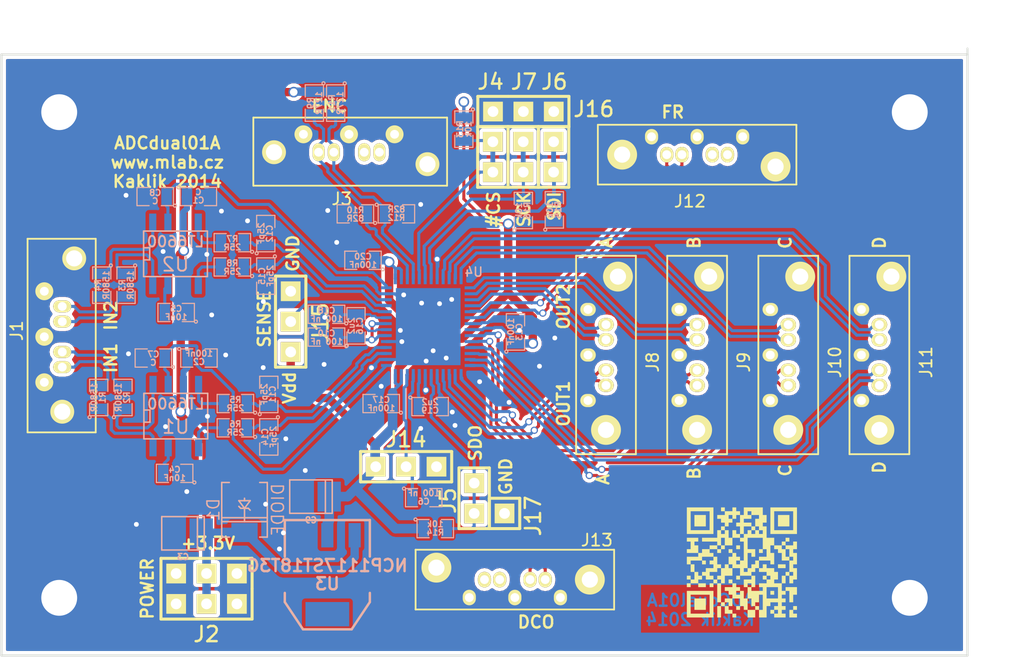
<source format=kicad_pcb>
(kicad_pcb (version 4) (host pcbnew "(2014-jul-16 BZR unknown)-product")
  (layers (0 F.Cu signal) (31 B.Cu signal) (34 B.Paste user) (35 F.Paste user) (36 B.SilkS user) (37 F.SilkS user) (38 B.Mask user) (39 F.Mask user) (44 Edge.Cuts user))
  (net 0 "")
  (net 1 3V3)
  (net 2 "Net-(C4-Pad2)")
  (net 3 "Net-(C5-Pad2)")
  (net 4 "Net-(C6-Pad1)")
  (net 5 "Net-(C7-Pad1)")
  (net 6 "Net-(C8-Pad1)")
  (net 7 +1.8V)
  (net 8 "Net-(C10-Pad1)")
  (net 9 "Net-(C11-Pad1)")
  (net 10 "Net-(C12-Pad1)")
  (net 11 "Net-(C14-Pad1)")
  (net 12 "Net-(C15-Pad1)")
  (net 13 "Net-(C16-Pad2)")
  (net 14 "Net-(C19-Pad1)")
  (net 15 "Net-(J1-Pad2)")
  (net 16 "Net-(J1-Pad3)")
  (net 17 "Net-(J1-Pad5)")
  (net 18 "Net-(J1-Pad6)")
  (net 19 "Net-(J3-Pad2)")
  (net 20 "Net-(J3-Pad3)")
  (net 21 "Net-(J4-Pad1)")
  (net 22 "Net-(J5-Pad1)")
  (net 23 "Net-(J6-Pad1)")
  (net 24 "Net-(J7-Pad1)")
  (net 25 "Net-(J8-Pad2)")
  (net 26 "Net-(J8-Pad3)")
  (net 27 "Net-(J8-Pad5)")
  (net 28 "Net-(J8-Pad6)")
  (net 29 "Net-(J9-Pad2)")
  (net 30 "Net-(J9-Pad3)")
  (net 31 "Net-(J9-Pad5)")
  (net 32 "Net-(J9-Pad6)")
  (net 33 "Net-(J10-Pad2)")
  (net 34 "Net-(J10-Pad3)")
  (net 35 "Net-(J10-Pad5)")
  (net 36 "Net-(J10-Pad6)")
  (net 37 "Net-(J11-Pad2)")
  (net 38 "Net-(J11-Pad3)")
  (net 39 "Net-(J11-Pad5)")
  (net 40 "Net-(J11-Pad6)")
  (net 41 "Net-(J12-Pad2)")
  (net 42 "Net-(J12-Pad3)")
  (net 43 "Net-(J13-Pad2)")
  (net 44 "Net-(J13-Pad3)")
  (net 45 "Net-(R1-Pad1)")
  (net 46 "Net-(R2-Pad1)")
  (net 47 "Net-(R3-Pad1)")
  (net 48 "Net-(R4-Pad1)")
  (net 49 "Net-(R5-Pad2)")
  (net 50 "Net-(R6-Pad2)")
  (net 51 "Net-(R7-Pad2)")
  (net 52 "Net-(R8-Pad2)")
  (net 53 "Net-(J15-Pad2)")
  (net 54 DGND)
  (module LOGO (layer F.Cu) (at 156.1338 136.7282)
    (fp_text reference G*** hide)
    (fp_text value LOGO hide)
  )
  (module SMD_Packages:SM0805 (layer B.Cu) (at 110.6932 106.121199)
    (fp_text reference C1 (at 0 0.3175) (layer B.SilkS) (effects (font (size 0.50038 0.50038) (thickness 0.10922)) (justify mirror)))
    (fp_text value C (at 0 -0.381) (layer B.SilkS) (effects (font (size 0.50038 0.50038) (thickness 0.10922)) (justify mirror)))
    (pad 1 smd rect (at -0.9525 0) (size 0.889 1.397) (layers B.Cu B.Paste B.Mask) (net 1 3V3))
    (pad 2 smd rect (at 0.9525 0) (size 0.889 1.397) (layers B.Cu B.Paste B.Mask) (net 54 DGND))
  )
  (module SMD_Packages:SM0805 (layer B.Cu) (at 110.744 119.634)
    (fp_text reference C2 (at 0 0.3175) (layer B.SilkS) (effects (font (size 0.50038 0.50038) (thickness 0.10922)) (justify mirror)))
    (fp_text value 100nF (at 0 -0.381) (layer B.SilkS) (effects (font (size 0.50038 0.50038) (thickness 0.10922)) (justify mirror)))
    (pad 1 smd rect (at -0.9525 0) (size 0.889 1.397) (layers B.Cu B.Paste B.Mask) (net 1 3V3))
    (pad 2 smd rect (at 0.9525 0) (size 0.889 1.397) (layers B.Cu B.Paste B.Mask) (net 54 DGND))
  )
  (module SMD_Packages:SM0805 (layer B.Cu) (at 108.712 129.286 180)
    (fp_text reference C4 (at 0 0.3175 180) (layer B.SilkS) (effects (font (size 0.50038 0.50038) (thickness 0.10922)) (justify mirror)))
    (fp_text value 10nF (at 0 -0.381 180) (layer B.SilkS) (effects (font (size 0.50038 0.50038) (thickness 0.10922)) (justify mirror)))
    (pad 1 smd rect (at -0.9525 0 180) (size 0.889 1.397) (layers B.Cu B.Paste B.Mask) (net 54 DGND))
    (pad 2 smd rect (at 0.9525 0 180) (size 0.889 1.397) (layers B.Cu B.Paste B.Mask) (net 2 "Net-(C4-Pad2)"))
  )
  (module SMD_Packages:SM0805 (layer B.Cu) (at 108.839 115.824 180)
    (fp_text reference C5 (at 0 0.3175 180) (layer B.SilkS) (effects (font (size 0.50038 0.50038) (thickness 0.10922)) (justify mirror)))
    (fp_text value 10nF (at 0 -0.381 180) (layer B.SilkS) (effects (font (size 0.50038 0.50038) (thickness 0.10922)) (justify mirror)))
    (pad 1 smd rect (at -0.9525 0 180) (size 0.889 1.397) (layers B.Cu B.Paste B.Mask) (net 54 DGND))
    (pad 2 smd rect (at 0.9525 0 180) (size 0.889 1.397) (layers B.Cu B.Paste B.Mask) (net 3 "Net-(C5-Pad2)"))
  )
  (module SMD_Packages:SM0805 (layer B.Cu) (at 129.54 131.318)
    (fp_text reference C6 (at 0 0.3175) (layer B.SilkS) (effects (font (size 0.50038 0.50038) (thickness 0.10922)) (justify mirror)))
    (fp_text value "100 nF" (at 0 -0.381) (layer B.SilkS) (effects (font (size 0.50038 0.50038) (thickness 0.10922)) (justify mirror)))
    (pad 1 smd rect (at -0.9525 0) (size 0.889 1.397) (layers B.Cu B.Paste B.Mask) (net 4 "Net-(C6-Pad1)"))
    (pad 2 smd rect (at 0.9525 0) (size 0.889 1.397) (layers B.Cu B.Paste B.Mask) (net 54 DGND))
  )
  (module SMD_Packages:SM0805 (layer B.Cu) (at 106.934 119.634 180)
    (fp_text reference C7 (at 0 0.3175 180) (layer B.SilkS) (effects (font (size 0.50038 0.50038) (thickness 0.10922)) (justify mirror)))
    (fp_text value C (at 0 -0.381 180) (layer B.SilkS) (effects (font (size 0.50038 0.50038) (thickness 0.10922)) (justify mirror)))
    (pad 1 smd rect (at -0.9525 0 180) (size 0.889 1.397) (layers B.Cu B.Paste B.Mask) (net 5 "Net-(C7-Pad1)"))
    (pad 2 smd rect (at 0.9525 0 180) (size 0.889 1.397) (layers B.Cu B.Paste B.Mask) (net 54 DGND))
  )
  (module SMD_Packages:SM0805 (layer B.Cu) (at 107.0864 106.121199 180)
    (fp_text reference C8 (at 0 0.3175 180) (layer B.SilkS) (effects (font (size 0.50038 0.50038) (thickness 0.10922)) (justify mirror)))
    (fp_text value C (at 0 -0.381 180) (layer B.SilkS) (effects (font (size 0.50038 0.50038) (thickness 0.10922)) (justify mirror)))
    (pad 1 smd rect (at -0.9525 0 180) (size 0.889 1.397) (layers B.Cu B.Paste B.Mask) (net 6 "Net-(C8-Pad1)"))
    (pad 2 smd rect (at 0.9525 0 180) (size 0.889 1.397) (layers B.Cu B.Paste B.Mask) (net 54 DGND))
  )
  (module Capacitors_SMD:c_tant_B (layer B.Cu) (at 120.112 131.231)
    (fp_text reference C9 (at 0 1.9685) (layer B.SilkS) (effects (font (size 0.50038 0.50038) (thickness 0.11938)) (justify mirror)))
    (fp_text value 10uF hide)
    (pad 1 smd rect (at 1.524 0) (size 1.95072 2.49936) (layers B.Cu B.Paste B.Mask) (net 7 +1.8V))
    (pad 2 smd rect (at -1.524 0) (size 1.95072 2.49936) (layers B.Cu B.Paste B.Mask) (net 54 DGND))
  )
  (module Kaklik_smd_pouzdra:SM0805 (layer B.Cu) (at 121.412 117.8814 180)
    (fp_text reference C10 (at 0 0.3175 180) (layer B.SilkS) (effects (font (size 0.50038 0.50038) (thickness 0.10922)) (justify mirror)))
    (fp_text value "100 nF" (at 0 -0.381 180) (layer B.SilkS) (effects (font (size 0.50038 0.50038) (thickness 0.10922)) (justify mirror)))
    (pad 1 smd rect (at -0.9525 0 180) (size 0.889 1.397) (layers B.Cu B.Paste B.Mask) (net 8 "Net-(C10-Pad1)"))
    (pad 2 smd rect (at 0.9525 0 180) (size 0.889 1.397) (layers B.Cu B.Paste B.Mask) (net 54 DGND))
  )
  (module Kaklik_smd_pouzdra:SM0805 (layer B.Cu) (at 116.586 122.682 90)
    (fp_text reference C11 (at 0 0.3175 90) (layer B.SilkS) (effects (font (size 0.50038 0.50038) (thickness 0.10922)) (justify mirror)))
    (fp_text value 25pF (at 0 -0.381 90) (layer B.SilkS) (effects (font (size 0.50038 0.50038) (thickness 0.10922)) (justify mirror)))
    (pad 1 smd rect (at -0.9525 0 90) (size 0.889 1.397) (layers B.Cu B.Paste B.Mask) (net 9 "Net-(C11-Pad1)"))
    (pad 2 smd rect (at 0.9525 0 90) (size 0.889 1.397) (layers B.Cu B.Paste B.Mask) (net 54 DGND))
  )
  (module Kaklik_smd_pouzdra:SM0805 (layer B.Cu) (at 116.332 109.22 90)
    (fp_text reference C12 (at 0 0.3175 90) (layer B.SilkS) (effects (font (size 0.50038 0.50038) (thickness 0.10922)) (justify mirror)))
    (fp_text value 25pF (at 0 -0.381 90) (layer B.SilkS) (effects (font (size 0.50038 0.50038) (thickness 0.10922)) (justify mirror)))
    (pad 1 smd rect (at -0.9525 0 90) (size 0.889 1.397) (layers B.Cu B.Paste B.Mask) (net 10 "Net-(C12-Pad1)"))
    (pad 2 smd rect (at 0.9525 0 90) (size 0.889 1.397) (layers B.Cu B.Paste B.Mask) (net 54 DGND))
  )
  (module Kaklik_smd_pouzdra:SM0805 (layer B.Cu) (at 137.210802 117.44961 90)
    (fp_text reference C13 (at 0 0.3175 90) (layer B.SilkS) (effects (font (size 0.50038 0.50038) (thickness 0.10922)) (justify mirror)))
    (fp_text value 100nF (at 0 -0.381 90) (layer B.SilkS) (effects (font (size 0.50038 0.50038) (thickness 0.10922)) (justify mirror)))
    (pad 1 smd rect (at -0.9525 0 90) (size 0.889 1.397) (layers B.Cu B.Paste B.Mask) (net 7 +1.8V))
    (pad 2 smd rect (at 0.9525 0 90) (size 0.889 1.397) (layers B.Cu B.Paste B.Mask) (net 54 DGND))
  )
  (module Kaklik_smd_pouzdra:SM0805 (layer B.Cu) (at 116.586 126.238 270)
    (fp_text reference C14 (at 0 0.3175 270) (layer B.SilkS) (effects (font (size 0.50038 0.50038) (thickness 0.10922)) (justify mirror)))
    (fp_text value 25pF (at 0 -0.381 270) (layer B.SilkS) (effects (font (size 0.50038 0.50038) (thickness 0.10922)) (justify mirror)))
    (pad 1 smd rect (at -0.9525 0 270) (size 0.889 1.397) (layers B.Cu B.Paste B.Mask) (net 11 "Net-(C14-Pad1)"))
    (pad 2 smd rect (at 0.9525 0 270) (size 0.889 1.397) (layers B.Cu B.Paste B.Mask) (net 54 DGND))
  )
  (module Kaklik_smd_pouzdra:SM0805 (layer B.Cu) (at 116.332 112.776 270)
    (fp_text reference C15 (at 0 0.3175 270) (layer B.SilkS) (effects (font (size 0.50038 0.50038) (thickness 0.10922)) (justify mirror)))
    (fp_text value 25pF (at 0 -0.381 270) (layer B.SilkS) (effects (font (size 0.50038 0.50038) (thickness 0.10922)) (justify mirror)))
    (pad 1 smd rect (at -0.9525 0 270) (size 0.889 1.397) (layers B.Cu B.Paste B.Mask) (net 12 "Net-(C15-Pad1)"))
    (pad 2 smd rect (at 0.9525 0 270) (size 0.889 1.397) (layers B.Cu B.Paste B.Mask) (net 54 DGND))
  )
  (module Kaklik_smd_pouzdra:SM0805 (layer B.Cu) (at 123.8758 116.9416 90)
    (fp_text reference C16 (at 0 0.3175 90) (layer B.SilkS) (effects (font (size 0.50038 0.50038) (thickness 0.10922)) (justify mirror)))
    (fp_text value 2u2 (at 0 -0.381 90) (layer B.SilkS) (effects (font (size 0.50038 0.50038) (thickness 0.10922)) (justify mirror)))
    (pad 1 smd rect (at -0.9525 0 90) (size 0.889 1.397) (layers B.Cu B.Paste B.Mask) (net 8 "Net-(C10-Pad1)"))
    (pad 2 smd rect (at 0.9525 0 90) (size 0.889 1.397) (layers B.Cu B.Paste B.Mask) (net 13 "Net-(C16-Pad2)"))
  )
  (module Kaklik_smd_pouzdra:SM0805 (layer B.Cu) (at 125.984 123.444 180)
    (fp_text reference C17 (at 0 0.3175 180) (layer B.SilkS) (effects (font (size 0.50038 0.50038) (thickness 0.10922)) (justify mirror)))
    (fp_text value 100nF (at 0 -0.381 180) (layer B.SilkS) (effects (font (size 0.50038 0.50038) (thickness 0.10922)) (justify mirror)))
    (pad 1 smd rect (at -0.9525 0 180) (size 0.889 1.397) (layers B.Cu B.Paste B.Mask) (net 7 +1.8V))
    (pad 2 smd rect (at 0.9525 0 180) (size 0.889 1.397) (layers B.Cu B.Paste B.Mask) (net 54 DGND))
  )
  (module Kaklik_smd_pouzdra:SM0805 (layer B.Cu) (at 121.412 115.9764 180)
    (fp_text reference C18 (at 0 0.3175 180) (layer B.SilkS) (effects (font (size 0.50038 0.50038) (thickness 0.10922)) (justify mirror)))
    (fp_text value "100 nF" (at 0 -0.381 180) (layer B.SilkS) (effects (font (size 0.50038 0.50038) (thickness 0.10922)) (justify mirror)))
    (pad 1 smd rect (at -0.9525 0 180) (size 0.889 1.397) (layers B.Cu B.Paste B.Mask) (net 13 "Net-(C16-Pad2)"))
    (pad 2 smd rect (at 0.9525 0 180) (size 0.889 1.397) (layers B.Cu B.Paste B.Mask) (net 54 DGND))
  )
  (module Kaklik_smd_pouzdra:SM0805 (layer B.Cu) (at 130.073404 123.698002)
    (fp_text reference C19 (at 0 0.3175) (layer B.SilkS) (effects (font (size 0.50038 0.50038) (thickness 0.10922)) (justify mirror)))
    (fp_text value 2u2 (at 0 -0.381) (layer B.SilkS) (effects (font (size 0.50038 0.50038) (thickness 0.10922)) (justify mirror)))
    (pad 1 smd rect (at -0.9525 0) (size 0.889 1.397) (layers B.Cu B.Paste B.Mask) (net 14 "Net-(C19-Pad1)"))
    (pad 2 smd rect (at 0.9525 0) (size 0.889 1.397) (layers B.Cu B.Paste B.Mask) (net 54 DGND))
  )
  (module Kaklik_smd_pouzdra:SM0805 (layer B.Cu) (at 124.46 111.4552 180)
    (fp_text reference C20 (at 0 0.3175 180) (layer B.SilkS) (effects (font (size 0.50038 0.50038) (thickness 0.10922)) (justify mirror)))
    (fp_text value 100nF (at 0 -0.381 180) (layer B.SilkS) (effects (font (size 0.50038 0.50038) (thickness 0.10922)) (justify mirror)))
    (pad 1 smd rect (at -0.9525 0 180) (size 0.889 1.397) (layers B.Cu B.Paste B.Mask) (net 7 +1.8V))
    (pad 2 smd rect (at 0.9525 0 180) (size 0.889 1.397) (layers B.Cu B.Paste B.Mask) (net 54 DGND))
  )
  (module Kaklik_konektory:SATA-7_THT_VERT (layer F.Cu) (at 99.314 117.856 270)
    (fp_text reference J1 (at -0.508 3.81 270) (layer F.SilkS))
    (fp_text value SATA7-67491-1030 hide)
    (pad 9 thru_hole circle (at 6.27 0 270) (size 2 2) (drill 1.35) (layers *.Cu *.Mask F.SilkS) (net 54 DGND))
    (pad 2 thru_hole oval (at 2.54 0 270) (size 1 1.5) (drill 0.74) (layers *.Cu *.Mask F.SilkS) (net 15 "Net-(J1-Pad2)"))
    (pad 8 thru_hole circle (at -6.56 -1 270) (size 2 2) (drill 1.35) (layers *.Cu *.Mask F.SilkS) (net 54 DGND))
    (pad 3 thru_hole oval (at 1.27 0 270) (size 1 1.5) (drill 0.74) (layers *.Cu *.Mask F.SilkS) (net 16 "Net-(J1-Pad3)"))
    (pad 5 thru_hole oval (at -1.27 0 270) (size 1 1.5) (drill 0.74) (layers *.Cu *.Mask F.SilkS) (net 17 "Net-(J1-Pad5)"))
    (pad 6 thru_hole oval (at -2.54 0 270) (size 1 1.5) (drill 0.74) (layers *.Cu *.Mask F.SilkS) (net 18 "Net-(J1-Pad6)"))
    (pad 7 thru_hole circle (at -3.81 1.5 270) (size 1.5 1.5) (drill 0.74) (layers *.Cu *.Mask F.SilkS) (net 54 DGND))
    (pad 4 thru_hole circle (at 0 1.5 270) (size 1.5 1.5) (drill 0.74) (layers *.Cu *.Mask F.SilkS) (net 54 DGND))
    (pad 1 thru_hole circle (at 3.81 1.5 270) (size 1.5 1.5) (drill 0.74) (layers *.Cu *.Mask F.SilkS) (net 54 DGND))
  )
  (module MLAB_Jumpery:Pin_Header_Straight_2x03 (layer F.Cu) (at 111.379 138.938 180)
    (fp_text reference J2 (at 0 -3.81 180) (layer F.SilkS) (effects (font (size 1.27 1.27) (thickness 0.2032))))
    (fp_text value JUMP_3X2_CONN hide)
    (pad 1 thru_hole rect (at -2.54 1.27 180) (size 1.651 1.651) (drill 0.9) (layers *.Cu *.Mask F.SilkS) (net 54 DGND))
    (pad 2 thru_hole rect (at 0 1.27 180) (size 1.651 1.651) (drill 0.9) (layers *.Cu *.Mask F.SilkS) (net 1 3V3))
    (pad 3 thru_hole rect (at 2.54 1.27 180) (size 1.651 1.651) (drill 0.9) (layers *.Cu *.Mask F.SilkS) (net 54 DGND))
    (pad 4 thru_hole rect (at 2.54 -1.27 180) (size 1.651 1.651) (drill 0.9) (layers *.Cu *.Mask F.SilkS) (net 54 DGND))
    (pad 5 thru_hole rect (at 0 -1.27 180) (size 1.651 1.651) (drill 0.9) (layers *.Cu *.Mask F.SilkS) (net 1 3V3))
    (pad 6 thru_hole rect (at -2.54 -1.27 180) (size 1.651 1.651) (drill 0.9) (layers *.Cu *.Mask F.SilkS) (net 54 DGND))
  )
  (module Kaklik_konektory:SATA-7_THT_VERT (layer F.Cu) (at 123.2916 102.4128 180)
    (fp_text reference J3 (at 0.6 -3.9 180) (layer F.SilkS))
    (fp_text value SATA7-67491-1030 hide)
    (pad 9 thru_hole circle (at 6.27 0 180) (size 2 2) (drill 1.35) (layers *.Cu *.Mask F.SilkS) (net 54 DGND))
    (pad 2 thru_hole oval (at 2.54 0 180) (size 1 1.5) (drill 0.74) (layers *.Cu *.Mask F.SilkS) (net 19 "Net-(J3-Pad2)"))
    (pad 8 thru_hole circle (at -6.56 -1 180) (size 2 2) (drill 1.35) (layers *.Cu *.Mask F.SilkS) (net 54 DGND))
    (pad 3 thru_hole oval (at 1.27 0 180) (size 1 1.5) (drill 0.74) (layers *.Cu *.Mask F.SilkS) (net 20 "Net-(J3-Pad3)"))
    (pad 5 thru_hole oval (at -1.27 0 180) (size 1 1.5) (drill 0.74) (layers *.Cu *.Mask F.SilkS))
    (pad 6 thru_hole oval (at -2.54 0 180) (size 1 1.5) (drill 0.74) (layers *.Cu *.Mask F.SilkS))
    (pad 7 thru_hole circle (at -3.81 1.5 180) (size 1.5 1.5) (drill 0.74) (layers *.Cu *.Mask F.SilkS) (net 54 DGND))
    (pad 4 thru_hole circle (at 0 1.5 180) (size 1.5 1.5) (drill 0.74) (layers *.Cu *.Mask F.SilkS) (net 54 DGND))
    (pad 1 thru_hole circle (at 3.81 1.5 180) (size 1.5 1.5) (drill 0.74) (layers *.Cu *.Mask F.SilkS) (net 54 DGND))
  )
  (module MLAB_Jumpery:Pin_Header_Straight_2x01 (layer F.Cu) (at 135.3185 102.8065)
    (fp_text reference J4 (at -0.1905 -6.2865) (layer F.SilkS) (effects (font (size 1.27 1.27) (thickness 0.2032))))
    (fp_text value JUMP_2_CONN hide)
    (pad 2 thru_hole rect (at 0 1.27) (size 1.651 1.651) (drill 0.9) (layers *.Cu *.Mask F.SilkS) (net 21 "Net-(J4-Pad1)"))
    (pad 1 thru_hole rect (at 0 -1.27) (size 1.651 1.651) (drill 0.9) (layers *.Cu *.Mask F.SilkS) (net 21 "Net-(J4-Pad1)"))
  )
  (module MLAB_Jumpery:Pin_Header_Straight_2x01 (layer F.Cu) (at 133.7564 131.3688 180)
    (fp_text reference J5 (at 2.1844 -0.2032 270) (layer F.SilkS) (effects (font (size 1.27 1.27) (thickness 0.2032))))
    (fp_text value JUMP_2_CONN hide)
    (pad 2 thru_hole rect (at 0 1.27 180) (size 1.651 1.651) (drill 0.9) (layers *.Cu *.Mask F.SilkS) (net 22 "Net-(J5-Pad1)"))
    (pad 1 thru_hole rect (at 0 -1.27 180) (size 1.651 1.651) (drill 0.9) (layers *.Cu *.Mask F.SilkS) (net 22 "Net-(J5-Pad1)"))
  )
  (module MLAB_Jumpery:Pin_Header_Straight_2x01 (layer F.Cu) (at 140.3985 102.8065)
    (fp_text reference J6 (at 0.0635 -6.2865) (layer F.SilkS) (effects (font (size 1.27 1.27) (thickness 0.2032))))
    (fp_text value JUMP_2_CONN hide)
    (pad 2 thru_hole rect (at 0 1.27) (size 1.651 1.651) (drill 0.9) (layers *.Cu *.Mask F.SilkS) (net 23 "Net-(J6-Pad1)"))
    (pad 1 thru_hole rect (at 0 -1.27) (size 1.651 1.651) (drill 0.9) (layers *.Cu *.Mask F.SilkS) (net 23 "Net-(J6-Pad1)"))
  )
  (module MLAB_Jumpery:Pin_Header_Straight_2x01 (layer F.Cu) (at 137.8585 102.8065)
    (fp_text reference J7 (at 0.0635 -6.2865) (layer F.SilkS) (effects (font (size 1.27 1.27) (thickness 0.2032))))
    (fp_text value JUMP_2_CONN hide)
    (pad 2 thru_hole rect (at 0 1.27) (size 1.651 1.651) (drill 0.9) (layers *.Cu *.Mask F.SilkS) (net 24 "Net-(J7-Pad1)"))
    (pad 1 thru_hole rect (at 0 -1.27) (size 1.651 1.651) (drill 0.9) (layers *.Cu *.Mask F.SilkS) (net 24 "Net-(J7-Pad1)"))
  )
  (module SMD_Packages:SM0805 (layer B.Cu) (at 102.362 122.936 90)
    (fp_text reference R1 (at 0 0.3175 90) (layer B.SilkS) (effects (font (size 0.50038 0.50038) (thickness 0.10922)) (justify mirror)))
    (fp_text value 1580R (at 0 -0.381 90) (layer B.SilkS) (effects (font (size 0.50038 0.50038) (thickness 0.10922)) (justify mirror)))
    (pad 1 smd rect (at -0.9525 0 90) (size 0.889 1.397) (layers B.Cu B.Paste B.Mask) (net 45 "Net-(R1-Pad1)"))
    (pad 2 smd rect (at 0.9525 0 90) (size 0.889 1.397) (layers B.Cu B.Paste B.Mask) (net 15 "Net-(J1-Pad2)"))
  )
  (module SMD_Packages:SM0805 (layer B.Cu) (at 104.394 122.936 90)
    (fp_text reference R2 (at 0 0.3175 90) (layer B.SilkS) (effects (font (size 0.50038 0.50038) (thickness 0.10922)) (justify mirror)))
    (fp_text value 1580R (at 0 -0.381 90) (layer B.SilkS) (effects (font (size 0.50038 0.50038) (thickness 0.10922)) (justify mirror)))
    (pad 1 smd rect (at -0.9525 0 90) (size 0.889 1.397) (layers B.Cu B.Paste B.Mask) (net 46 "Net-(R2-Pad1)"))
    (pad 2 smd rect (at 0.9525 0 90) (size 0.889 1.397) (layers B.Cu B.Paste B.Mask) (net 16 "Net-(J1-Pad3)"))
  )
  (module SMD_Packages:SM0805 (layer B.Cu) (at 104.648 113.538 270)
    (fp_text reference R3 (at 0 0.3175 270) (layer B.SilkS) (effects (font (size 0.50038 0.50038) (thickness 0.10922)) (justify mirror)))
    (fp_text value 1580R (at 0 -0.381 270) (layer B.SilkS) (effects (font (size 0.50038 0.50038) (thickness 0.10922)) (justify mirror)))
    (pad 1 smd rect (at -0.9525 0 270) (size 0.889 1.397) (layers B.Cu B.Paste B.Mask) (net 47 "Net-(R3-Pad1)"))
    (pad 2 smd rect (at 0.9525 0 270) (size 0.889 1.397) (layers B.Cu B.Paste B.Mask) (net 17 "Net-(J1-Pad5)"))
  )
  (module SMD_Packages:SM0805 (layer B.Cu) (at 102.616 113.538 270)
    (fp_text reference R4 (at 0 0.3175 270) (layer B.SilkS) (effects (font (size 0.50038 0.50038) (thickness 0.10922)) (justify mirror)))
    (fp_text value 1580R (at 0 -0.381 270) (layer B.SilkS) (effects (font (size 0.50038 0.50038) (thickness 0.10922)) (justify mirror)))
    (pad 1 smd rect (at -0.9525 0 270) (size 0.889 1.397) (layers B.Cu B.Paste B.Mask) (net 48 "Net-(R4-Pad1)"))
    (pad 2 smd rect (at 0.9525 0 270) (size 0.889 1.397) (layers B.Cu B.Paste B.Mask) (net 18 "Net-(J1-Pad6)"))
  )
  (module Kaklik_smd_pouzdra:SM0805 (layer B.Cu) (at 113.792 123.444 180)
    (fp_text reference R5 (at 0 0.3175 180) (layer B.SilkS) (effects (font (size 0.50038 0.50038) (thickness 0.10922)) (justify mirror)))
    (fp_text value 25R (at 0 -0.381 180) (layer B.SilkS) (effects (font (size 0.50038 0.50038) (thickness 0.10922)) (justify mirror)))
    (pad 1 smd rect (at -0.9525 0 180) (size 0.889 1.397) (layers B.Cu B.Paste B.Mask) (net 9 "Net-(C11-Pad1)"))
    (pad 2 smd rect (at 0.9525 0 180) (size 0.889 1.397) (layers B.Cu B.Paste B.Mask) (net 49 "Net-(R5-Pad2)"))
  )
  (module Kaklik_smd_pouzdra:SM0805 (layer B.Cu) (at 113.792 125.476 180)
    (fp_text reference R6 (at 0 0.3175 180) (layer B.SilkS) (effects (font (size 0.50038 0.50038) (thickness 0.10922)) (justify mirror)))
    (fp_text value 25R (at 0 -0.381 180) (layer B.SilkS) (effects (font (size 0.50038 0.50038) (thickness 0.10922)) (justify mirror)))
    (pad 1 smd rect (at -0.9525 0 180) (size 0.889 1.397) (layers B.Cu B.Paste B.Mask) (net 11 "Net-(C14-Pad1)"))
    (pad 2 smd rect (at 0.9525 0 180) (size 0.889 1.397) (layers B.Cu B.Paste B.Mask) (net 50 "Net-(R6-Pad2)"))
  )
  (module Kaklik_smd_pouzdra:SM0805 (layer B.Cu) (at 113.538 109.982 180)
    (fp_text reference R7 (at 0 0.3175 180) (layer B.SilkS) (effects (font (size 0.50038 0.50038) (thickness 0.10922)) (justify mirror)))
    (fp_text value 25R (at 0 -0.381 180) (layer B.SilkS) (effects (font (size 0.50038 0.50038) (thickness 0.10922)) (justify mirror)))
    (pad 1 smd rect (at -0.9525 0 180) (size 0.889 1.397) (layers B.Cu B.Paste B.Mask) (net 10 "Net-(C12-Pad1)"))
    (pad 2 smd rect (at 0.9525 0 180) (size 0.889 1.397) (layers B.Cu B.Paste B.Mask) (net 51 "Net-(R7-Pad2)"))
  )
  (module Kaklik_smd_pouzdra:SM0805 (layer B.Cu) (at 113.538 112.014 180)
    (fp_text reference R8 (at 0 0.3175 180) (layer B.SilkS) (effects (font (size 0.50038 0.50038) (thickness 0.10922)) (justify mirror)))
    (fp_text value 25R (at 0 -0.381 180) (layer B.SilkS) (effects (font (size 0.50038 0.50038) (thickness 0.10922)) (justify mirror)))
    (pad 1 smd rect (at -0.9525 0 180) (size 0.889 1.397) (layers B.Cu B.Paste B.Mask) (net 12 "Net-(C15-Pad1)"))
    (pad 2 smd rect (at 0.9525 0 180) (size 0.889 1.397) (layers B.Cu B.Paste B.Mask) (net 52 "Net-(R8-Pad2)"))
  )
  (module Kaklik_smd_pouzdra:SM0805 (layer B.Cu) (at 120.396 98.298 270)
    (fp_text reference R9 (at 0 0.3175 270) (layer B.SilkS) (effects (font (size 0.50038 0.50038) (thickness 0.10922)) (justify mirror)))
    (fp_text value 127R (at 0 -0.381 270) (layer B.SilkS) (effects (font (size 0.50038 0.50038) (thickness 0.10922)) (justify mirror)))
    (pad 1 smd rect (at -0.9525 0 270) (size 0.889 1.397) (layers B.Cu B.Paste B.Mask) (net 1 3V3))
    (pad 2 smd rect (at 0.9525 0 270) (size 0.889 1.397) (layers B.Cu B.Paste B.Mask) (net 19 "Net-(J3-Pad2)"))
  )
  (module Kaklik_smd_pouzdra:SM0805 (layer B.Cu) (at 123.825 107.569 180)
    (fp_text reference R10 (at 0 0.3175 180) (layer B.SilkS) (effects (font (size 0.50038 0.50038) (thickness 0.10922)) (justify mirror)))
    (fp_text value 82R (at 0 -0.381 180) (layer B.SilkS) (effects (font (size 0.50038 0.50038) (thickness 0.10922)) (justify mirror)))
    (pad 1 smd rect (at -0.9525 0 180) (size 0.889 1.397) (layers B.Cu B.Paste B.Mask) (net 19 "Net-(J3-Pad2)"))
    (pad 2 smd rect (at 0.9525 0 180) (size 0.889 1.397) (layers B.Cu B.Paste B.Mask) (net 54 DGND))
  )
  (module Kaklik_smd_pouzdra:SM0805 (layer B.Cu) (at 122.174 98.298 270)
    (fp_text reference R11 (at 0 0.3175 270) (layer B.SilkS) (effects (font (size 0.50038 0.50038) (thickness 0.10922)) (justify mirror)))
    (fp_text value 127R (at 0 -0.381 270) (layer B.SilkS) (effects (font (size 0.50038 0.50038) (thickness 0.10922)) (justify mirror)))
    (pad 1 smd rect (at -0.9525 0 270) (size 0.889 1.397) (layers B.Cu B.Paste B.Mask) (net 1 3V3))
    (pad 2 smd rect (at 0.9525 0 270) (size 0.889 1.397) (layers B.Cu B.Paste B.Mask) (net 20 "Net-(J3-Pad3)"))
  )
  (module Kaklik_smd_pouzdra:SM0805 (layer B.Cu) (at 127.254 107.569)
    (fp_text reference R12 (at 0 0.3175) (layer B.SilkS) (effects (font (size 0.50038 0.50038) (thickness 0.10922)) (justify mirror)))
    (fp_text value 82R (at 0 -0.381) (layer B.SilkS) (effects (font (size 0.50038 0.50038) (thickness 0.10922)) (justify mirror)))
    (pad 1 smd rect (at -0.9525 0) (size 0.889 1.397) (layers B.Cu B.Paste B.Mask) (net 20 "Net-(J3-Pad3)"))
    (pad 2 smd rect (at 0.9525 0) (size 0.889 1.397) (layers B.Cu B.Paste B.Mask) (net 54 DGND))
  )
  (module SMD_Packages:SO8E (layer B.Cu) (at 108.784 110.914)
    (fp_text reference U2 (at 0 0.889) (layer B.SilkS) (effects (font (size 1.143 1.143) (thickness 0.1524)) (justify mirror)))
    (fp_text value LT6600 (at 0 -1.016) (layer B.SilkS) (effects (font (size 0.889 0.889) (thickness 0.1524)) (justify mirror)))
    (pad 8 smd rect (at -1.905 2.667) (size 0.59944 1.39954) (layers B.Cu B.Paste B.Mask) (net 47 "Net-(R3-Pad1)"))
    (pad 1 smd rect (at -1.905 -2.667) (size 0.59944 1.39954) (layers B.Cu B.Paste B.Mask) (net 48 "Net-(R4-Pad1)"))
    (pad 7 smd rect (at -0.635 2.667) (size 0.59944 1.39954) (layers B.Cu B.Paste B.Mask) (net 3 "Net-(C5-Pad2)"))
    (pad 6 smd rect (at 0.635 2.667) (size 0.59944 1.39954) (layers B.Cu B.Paste B.Mask) (net 54 DGND))
    (pad 5 smd rect (at 1.905 2.667) (size 0.59944 1.39954) (layers B.Cu B.Paste B.Mask) (net 52 "Net-(R8-Pad2)"))
    (pad 2 smd rect (at -0.635 -2.667) (size 0.59944 1.39954) (layers B.Cu B.Paste B.Mask) (net 6 "Net-(C8-Pad1)"))
    (pad 3 smd rect (at 0.635 -2.667) (size 0.59944 1.39954) (layers B.Cu B.Paste B.Mask) (net 1 3V3))
    (pad 4 smd rect (at 1.905 -2.667) (size 0.59944 1.39954) (layers B.Cu B.Paste B.Mask) (net 51 "Net-(R7-Pad2)"))
  )
  (module SMD_Packages:SOT223 (layer B.Cu) (at 121.479489 137.766485)
    (fp_text reference U3 (at 0 0.762) (layer B.SilkS) (effects (font (size 1.016 1.016) (thickness 0.2032)) (justify mirror)))
    (fp_text value NCP1117ST18T3G (at 0 -0.762) (layer B.SilkS) (effects (font (size 1.016 1.016) (thickness 0.2032)) (justify mirror)))
    (pad 4 smd rect (at 0 3.302) (size 3.6576 2.032) (layers B.Cu B.Paste B.Mask))
    (pad 2 smd rect (at 0 -3.302) (size 1.016 2.032) (layers B.Cu B.Paste B.Mask) (net 7 +1.8V))
    (pad 3 smd rect (at 2.286 -3.302) (size 1.016 2.032) (layers B.Cu B.Paste B.Mask) (net 1 3V3))
    (pad 1 smd rect (at -2.286 -3.302) (size 1.016 2.032) (layers B.Cu B.Paste B.Mask) (net 54 DGND))
  )
  (module Kaklik_smd_pouzdra:QFN52+1EP_HandSoldering (layer B.Cu) (at 129.914 117.009)
    (fp_text reference U4 (at 3.81 -4.572) (layer B.SilkS) (effects (font (size 0.762 0.762) (thickness 0.127)) (justify mirror)))
    (fp_text value LTC2271 hide)
    (pad 27 smd rect (at 3.49852 -3.24828) (size 0.9 0.25) (layers B.Cu B.Paste B.Mask) (net 32 "Net-(J9-Pad6)"))
    (pad 14 smd rect (at -3.49852 -3.25082) (size 0.9 0.25) (layers B.Cu B.Paste B.Mask) (net 6 "Net-(C8-Pad1)"))
    (pad 40 smd rect (at 3.49852 3.25082) (size 0.9 0.25) (layers B.Cu B.Paste B.Mask) (net 33 "Net-(J10-Pad2)"))
    (pad 1 smd rect (at -3.49852 3.24828) (size 0.9 0.25) (layers B.Cu B.Paste B.Mask) (net 5 "Net-(C7-Pad1)"))
    (pad 2 smd rect (at -3.49852 2.74828) (size 0.9 0.25) (layers B.Cu B.Paste B.Mask) (net 54 DGND))
    (pad 3 smd rect (at -3.49852 2.2479) (size 0.9 0.25) (layers B.Cu B.Paste B.Mask) (net 11 "Net-(C14-Pad1)"))
    (pad 4 smd rect (at -3.49852 1.74752) (size 0.9 0.25) (layers B.Cu B.Paste B.Mask) (net 9 "Net-(C11-Pad1)"))
    (pad 5 smd rect (at -3.49852 1.24714) (size 0.9 0.25) (layers B.Cu B.Paste B.Mask) (net 54 DGND))
    (pad 6 smd rect (at -3.49852 0.7493) (size 0.9 0.25) (layers B.Cu B.Paste B.Mask) (net 8 "Net-(C10-Pad1)"))
    (pad 7 smd rect (at -3.49852 0.24892) (size 0.9 0.25) (layers B.Cu B.Paste B.Mask) (net 13 "Net-(C16-Pad2)"))
    (pad 8 smd rect (at -3.49852 -0.25146) (size 0.9 0.25) (layers B.Cu B.Paste B.Mask) (net 8 "Net-(C10-Pad1)"))
    (pad 9 smd rect (at -3.49852 -0.75184) (size 0.9 0.25) (layers B.Cu B.Paste B.Mask) (net 13 "Net-(C16-Pad2)"))
    (pad 10 smd rect (at -3.49852 -1.25222) (size 0.9 0.25) (layers B.Cu B.Paste B.Mask) (net 53 "Net-(J15-Pad2)"))
    (pad 11 smd rect (at -3.49852 -1.7526) (size 0.9 0.25) (layers B.Cu B.Paste B.Mask) (net 12 "Net-(C15-Pad1)"))
    (pad 12 smd rect (at -3.49852 -2.25298) (size 0.9 0.25) (layers B.Cu B.Paste B.Mask) (net 10 "Net-(C12-Pad1)"))
    (pad 13 smd rect (at -3.49852 -2.75082) (size 0.9 0.25) (layers B.Cu B.Paste B.Mask) (net 54 DGND))
    (pad 36 smd rect (at 3.49852 1.25222) (size 0.9 0.25) (layers B.Cu B.Paste B.Mask) (net 44 "Net-(J13-Pad3)"))
    (pad 37 smd rect (at 3.49852 1.75006) (size 0.9 0.25) (layers B.Cu B.Paste B.Mask) (net 38 "Net-(J11-Pad3)"))
    (pad 38 smd rect (at 3.49852 2.25044) (size 0.9 0.25) (layers B.Cu B.Paste B.Mask) (net 37 "Net-(J11-Pad2)"))
    (pad 39 smd rect (at 3.49852 2.75082) (size 0.9 0.25) (layers B.Cu B.Paste B.Mask) (net 34 "Net-(J10-Pad3)"))
    (pad 19 smd rect (at -0.7493 -4.00106 270) (size 0.9 0.25) (layers B.Cu B.Paste B.Mask) (net 21 "Net-(J4-Pad1)"))
    (pad 20 smd rect (at -0.25146 -4.00106 270) (size 0.9 0.25) (layers B.Cu B.Paste B.Mask) (net 24 "Net-(J7-Pad1)"))
    (pad 21 smd rect (at 0.24892 -4.00106 270) (size 0.9 0.25) (layers B.Cu B.Paste B.Mask) (net 23 "Net-(J6-Pad1)"))
    (pad 22 smd rect (at 0.7493 -4.00106 270) (size 0.9 0.25) (layers B.Cu B.Paste B.Mask) (net 54 DGND))
    (pad 23 smd rect (at 1.24968 -4.00106 270) (size 0.9 0.25) (layers B.Cu B.Paste B.Mask) (net 40 "Net-(J11-Pad6)"))
    (pad 24 smd rect (at 1.75006 -4.00106 270) (size 0.9 0.25) (layers B.Cu B.Paste B.Mask) (net 39 "Net-(J11-Pad5)"))
    (pad 25 smd rect (at 2.25044 -4.00106 270) (size 0.9 0.25) (layers B.Cu B.Paste B.Mask) (net 36 "Net-(J10-Pad6)"))
    (pad 26 smd rect (at 2.75082 -4.00106 270) (size 0.9 0.25) (layers B.Cu B.Paste B.Mask) (net 35 "Net-(J10-Pad5)"))
    (pad 53 smd trapezoid (at 0 0) (size 5.41 6.45) (layers B.Cu B.Paste B.Mask) (net 54 DGND))
    (pad 15 smd rect (at -2.74828 -4.00106 270) (size 0.9 0.25) (layers B.Cu B.Paste B.Mask) (net 7 +1.8V))
    (pad 16 smd rect (at -2.2479 -4.00106 270) (size 0.9 0.25) (layers B.Cu B.Paste B.Mask) (net 7 +1.8V))
    (pad 17 smd rect (at -1.74752 -4.00106 270) (size 0.9 0.25) (layers B.Cu B.Paste B.Mask) (net 19 "Net-(J3-Pad2)"))
    (pad 18 smd rect (at -1.24968 -4.00106 270) (size 0.9 0.25) (layers B.Cu B.Paste B.Mask) (net 20 "Net-(J3-Pad3)"))
    (pad 28 smd rect (at 3.49852 -2.74828) (size 0.9 0.25) (layers B.Cu B.Paste B.Mask) (net 31 "Net-(J9-Pad5)"))
    (pad 29 smd rect (at 3.50106 -2.2479) (size 0.9 0.25) (layers B.Cu B.Paste B.Mask) (net 28 "Net-(J8-Pad6)"))
    (pad 30 smd rect (at 3.50106 -1.75006) (size 0.9 0.25) (layers B.Cu B.Paste B.Mask) (net 27 "Net-(J8-Pad5)"))
    (pad 31 smd rect (at 3.50106 -1.24968) (size 0.9 0.25) (layers B.Cu B.Paste B.Mask) (net 41 "Net-(J12-Pad2)"))
    (pad 32 smd rect (at 3.50106 -0.7493) (size 0.9 0.25) (layers B.Cu B.Paste B.Mask) (net 42 "Net-(J12-Pad3)"))
    (pad 33 smd rect (at 3.50106 -0.24892) (size 0.9 0.25) (layers B.Cu B.Paste B.Mask) (net 54 DGND))
    (pad 34 smd rect (at 3.50106 0.25146) (size 0.9 0.25) (layers B.Cu B.Paste B.Mask) (net 7 +1.8V))
    (pad 35 smd rect (at 3.50106 0.75184) (size 0.9 0.25) (layers B.Cu B.Paste B.Mask) (net 43 "Net-(J13-Pad2)"))
    (pad 41 smd rect (at 2.75082 3.99852 270) (size 0.9 0.25) (layers B.Cu B.Paste B.Mask) (net 30 "Net-(J9-Pad3)"))
    (pad 42 smd rect (at 2.25044 3.99852 270) (size 0.9 0.25) (layers B.Cu B.Paste B.Mask) (net 29 "Net-(J9-Pad2)"))
    (pad 43 smd rect (at 1.75006 3.99852 270) (size 0.9 0.25) (layers B.Cu B.Paste B.Mask) (net 26 "Net-(J8-Pad3)"))
    (pad 44 smd rect (at 1.25222 3.99852 270) (size 0.9 0.25) (layers B.Cu B.Paste B.Mask) (net 25 "Net-(J8-Pad2)"))
    (pad 45 smd rect (at 0.75184 3.99852 270) (size 0.9 0.25) (layers B.Cu B.Paste B.Mask) (net 54 DGND))
    (pad 46 smd rect (at 0.25146 3.99852 270) (size 0.9 0.25) (layers B.Cu B.Paste B.Mask) (net 22 "Net-(J5-Pad1)"))
    (pad 47 smd rect (at -0.24892 3.99852 270) (size 0.9 0.25) (layers B.Cu B.Paste B.Mask) (net 54 DGND))
    (pad 48 smd rect (at -0.7493 3.99852 270) (size 0.9 0.25) (layers B.Cu B.Paste B.Mask) (net 14 "Net-(C19-Pad1)"))
    (pad 49 smd rect (at -1.24968 3.99852 270) (size 0.9 0.25) (layers B.Cu B.Paste B.Mask) (net 54 DGND))
    (pad 50 smd rect (at -1.75006 3.99852 270) (size 0.9 0.25) (layers B.Cu B.Paste B.Mask) (net 4 "Net-(C6-Pad1)"))
    (pad 51 smd rect (at -2.2479 3.99852 270) (size 0.9 0.25) (layers B.Cu B.Paste B.Mask) (net 7 +1.8V))
    (pad 52 smd rect (at -2.74828 3.99852 270) (size 0.9 0.25) (layers B.Cu B.Paste B.Mask) (net 7 +1.8V))
  )
  (module Capacitors_SMD:c_tant_B (layer B.Cu) (at 109.4105 134.3025)
    (fp_text reference C3 (at 0 1.9685) (layer B.SilkS) (effects (font (size 0.50038 0.50038) (thickness 0.11938)) (justify mirror)))
    (fp_text value 10uF hide)
    (pad 1 smd rect (at 1.524 0) (size 1.95072 2.49936) (layers B.Cu B.Paste B.Mask) (net 1 3V3))
    (pad 2 smd rect (at -1.524 0) (size 1.95072 2.49936) (layers B.Cu B.Paste B.Mask) (net 54 DGND))
  )
  (module SMD_Packages:SO8E (layer B.Cu) (at 108.809 124.494)
    (fp_text reference U1 (at 0 0.889) (layer B.SilkS) (effects (font (size 1.143 1.143) (thickness 0.1524)) (justify mirror)))
    (fp_text value LT6600 (at 0 -1.016) (layer B.SilkS) (effects (font (size 0.889 0.889) (thickness 0.1524)) (justify mirror)))
    (pad 8 smd rect (at -1.905 2.667) (size 0.59944 1.39954) (layers B.Cu B.Paste B.Mask) (net 45 "Net-(R1-Pad1)"))
    (pad 1 smd rect (at -1.905 -2.667) (size 0.59944 1.39954) (layers B.Cu B.Paste B.Mask) (net 46 "Net-(R2-Pad1)"))
    (pad 7 smd rect (at -0.635 2.667) (size 0.59944 1.39954) (layers B.Cu B.Paste B.Mask) (net 2 "Net-(C4-Pad2)"))
    (pad 6 smd rect (at 0.635 2.667) (size 0.59944 1.39954) (layers B.Cu B.Paste B.Mask) (net 54 DGND))
    (pad 5 smd rect (at 1.905 2.667) (size 0.59944 1.39954) (layers B.Cu B.Paste B.Mask) (net 50 "Net-(R6-Pad2)"))
    (pad 2 smd rect (at -0.635 -2.667) (size 0.59944 1.39954) (layers B.Cu B.Paste B.Mask) (net 5 "Net-(C7-Pad1)"))
    (pad 3 smd rect (at 0.635 -2.667) (size 0.59944 1.39954) (layers B.Cu B.Paste B.Mask) (net 1 3V3))
    (pad 4 smd rect (at 1.905 -2.667) (size 0.59944 1.39954) (layers B.Cu B.Paste B.Mask) (net 49 "Net-(R5-Pad2)"))
  )
  (module MLAB_Mechanical:MountingHole_3mm (layer F.Cu) (at 99.06 139.7)
    (fp_text reference P1 hide)
    (fp_text value CONN_1 hide)
    (pad 1 thru_hole circle (at 0 0) (size 6 6) (drill 3) (layers *.Cu *.Adhes *.Mask) (net 54 DGND))
  )
  (module MLAB_Mechanical:MountingHole_3mm (layer F.Cu) (at 99.06 99.06)
    (fp_text reference P2 hide)
    (fp_text value CONN_1 hide)
    (pad 1 thru_hole circle (at 0 0) (size 6 6) (drill 3) (layers *.Cu *.Adhes *.Mask) (net 54 DGND))
  )
  (module MLAB_Mechanical:MountingHole_3mm (layer F.Cu) (at 170.18 139.7)
    (fp_text reference P3 hide)
    (fp_text value CONN_1 hide)
    (pad 1 thru_hole circle (at 0 0) (size 6 6) (drill 3) (layers *.Cu *.Adhes *.Mask) (net 54 DGND))
  )
  (module MLAB_Mechanical:MountingHole_3mm (layer F.Cu) (at 170.18 99.06)
    (fp_text reference P4 hide)
    (fp_text value CONN_1 hide)
    (pad 1 thru_hole circle (at 0 0) (size 6 6) (drill 3) (layers *.Cu *.Adhes *.Mask) (net 54 DGND))
  )
  (module "SMD_Packages:DO-214AC(SMA)" (layer B.Cu) (at 114.554 132.334 270)
    (fp_text reference D1 (at 0 2.60096 270) (layer B.SilkS) (effects (font (size 1.00076 1.00076) (thickness 0.11938)) (justify mirror)))
    (fp_text value DIODE (at 0 -2.79908 270) (layer B.SilkS) (effects (font (size 1.00076 1.00076) (thickness 0.11938)) (justify mirror)))
    (pad 1 smd rect (at -1.89992 0 270) (size 1.6002 2.19964) (layers B.Cu B.Paste B.Mask) (net 54 DGND))
    (pad 2 smd rect (at 1.89992 0 270) (size 1.6002 2.19964) (layers B.Cu B.Paste B.Mask) (net 1 3V3))
  )
  (module MLAB_Jumpery:Pin_Header_Straight_1x03 (layer F.Cu) (at 128.0668 128.7272)
    (fp_text reference J14 (at 0 -2.286) (layer F.SilkS) (effects (font (size 1.27 1.27) (thickness 0.2032))))
    (fp_text value SENSE hide)
    (pad 1 thru_hole rect (at -2.54 0) (size 1.651 1.651) (drill 0.9) (layers *.Cu *.Mask F.SilkS) (net 7 +1.8V))
    (pad 2 thru_hole rect (at 0 0) (size 1.651 1.651) (drill 0.9) (layers *.Cu *.Mask F.SilkS) (net 4 "Net-(C6-Pad1)"))
    (pad 3 thru_hole rect (at 2.54 0) (size 1.651 1.651) (drill 0.9) (layers *.Cu *.Mask F.SilkS) (net 54 DGND))
  )
  (module MLAB_Jumpery:Pin_Header_Straight_1x03 (layer F.Cu) (at 118.4148 116.586 90)
    (fp_text reference J15 (at -0.1016 2.4892 90) (layer F.SilkS) (effects (font (size 1.27 1.27) (thickness 0.2032))))
    (fp_text value PAR/SER hide)
    (pad 1 thru_hole rect (at -2.54 0 90) (size 1.651 1.651) (drill 0.9) (layers *.Cu *.Mask F.SilkS) (net 7 +1.8V))
    (pad 2 thru_hole rect (at 0 0 90) (size 1.651 1.651) (drill 0.9) (layers *.Cu *.Mask F.SilkS) (net 53 "Net-(J15-Pad2)"))
    (pad 3 thru_hole rect (at 2.54 0 90) (size 1.651 1.651) (drill 0.9) (layers *.Cu *.Mask F.SilkS) (net 54 DGND))
  )
  (module MLAB_Jumpery:Pin_Header_Straight_1x03 (layer F.Cu) (at 137.8712 99.009202)
    (fp_text reference J16 (at 5.8928 -0.203202) (layer F.SilkS) (effects (font (size 1.27 1.27) (thickness 0.2032))))
    (fp_text value CONN_3 hide)
    (pad 1 thru_hole rect (at -2.54 0) (size 1.651 1.651) (drill 0.9) (layers *.Cu *.Mask F.SilkS) (net 54 DGND))
    (pad 2 thru_hole rect (at 0 0) (size 1.651 1.651) (drill 0.9) (layers *.Cu *.Mask F.SilkS) (net 54 DGND))
    (pad 3 thru_hole rect (at 2.54 0) (size 1.651 1.651) (drill 0.9) (layers *.Cu *.Mask F.SilkS) (net 54 DGND))
  )
  (module SMD_Packages:SM0805 (layer B.Cu) (at 132.892798 100.482411 270)
    (fp_text reference R13 (at 0 0.3175 270) (layer B.SilkS) (effects (font (size 0.50038 0.50038) (thickness 0.10922)) (justify mirror)))
    (fp_text value 10k (at 0 -0.381 270) (layer B.SilkS) (effects (font (size 0.50038 0.50038) (thickness 0.10922)) (justify mirror)))
    (pad 1 smd rect (at -0.9525 0 270) (size 0.889 1.397) (layers B.Cu B.Paste B.Mask) (net 7 +1.8V))
    (pad 2 smd rect (at 0.9525 0 270) (size 0.889 1.397) (layers B.Cu B.Paste B.Mask) (net 21 "Net-(J4-Pad1)"))
  )
  (module SMD_Packages:SM0805 (layer B.Cu) (at 130.5052 133.9088)
    (fp_text reference R14 (at 0 0.3175) (layer B.SilkS) (effects (font (size 0.50038 0.50038) (thickness 0.10922)) (justify mirror)))
    (fp_text value 10k (at 0 -0.381) (layer B.SilkS) (effects (font (size 0.50038 0.50038) (thickness 0.10922)) (justify mirror)))
    (pad 1 smd rect (at -0.9525 0) (size 0.889 1.397) (layers B.Cu B.Paste B.Mask) (net 7 +1.8V))
    (pad 2 smd rect (at 0.9525 0) (size 0.889 1.397) (layers B.Cu B.Paste B.Mask) (net 22 "Net-(J5-Pad1)"))
  )
  (module SMD_Packages:SM0805 (layer B.Cu) (at 140.462 107.238801 90)
    (fp_text reference R15 (at 0 0.3175 90) (layer B.SilkS) (effects (font (size 0.50038 0.50038) (thickness 0.10922)) (justify mirror)))
    (fp_text value 10k (at 0 -0.381 90) (layer B.SilkS) (effects (font (size 0.50038 0.50038) (thickness 0.10922)) (justify mirror)))
    (pad 1 smd rect (at -0.9525 0 90) (size 0.889 1.397) (layers B.Cu B.Paste B.Mask) (net 7 +1.8V))
    (pad 2 smd rect (at 0.9525 0 90) (size 0.889 1.397) (layers B.Cu B.Paste B.Mask) (net 23 "Net-(J6-Pad1)"))
  )
  (module SMD_Packages:SM0805 (layer B.Cu) (at 137.871198 107.289601 90)
    (fp_text reference R16 (at 0 0.3175 90) (layer B.SilkS) (effects (font (size 0.50038 0.50038) (thickness 0.10922)) (justify mirror)))
    (fp_text value 10k (at 0 -0.381 90) (layer B.SilkS) (effects (font (size 0.50038 0.50038) (thickness 0.10922)) (justify mirror)))
    (pad 1 smd rect (at -0.9525 0 90) (size 0.889 1.397) (layers B.Cu B.Paste B.Mask) (net 7 +1.8V))
    (pad 2 smd rect (at 0.9525 0 90) (size 0.889 1.397) (layers B.Cu B.Paste B.Mask) (net 24 "Net-(J7-Pad1)"))
  )
  (module MLAB_Jumpery:Pin_Header_Straight_1x01 (layer F.Cu) (at 136.2964 132.6388)
    (fp_text reference J17 (at 2.3876 0.2032 90) (layer F.SilkS) (effects (font (size 1.27 1.27) (thickness 0.2032))))
    (fp_text value CONN_1 hide)
    (pad 1 thru_hole rect (at 0 0) (size 1.651 1.651) (drill 0.9) (layers *.Cu *.Mask F.SilkS) (net 54 DGND) (clearance 1))
  )
  (module Kaklik_konektory:SATA-7_THT_VERT_2 (layer F.Cu) (at 144.78 119.38 270)
    (fp_text reference J8 (at 0.6 -3.9 270) (layer F.SilkS))
    (fp_text value SATA7-67491-1030 hide)
    (pad 9 thru_hole circle (at 6.27 0 270) (size 2.5 2.5) (drill 1.35) (layers *.Cu *.Mask F.SilkS) (net 54 DGND))
    (pad 2 thru_hole oval (at 2.54 0 270) (size 1.1 1.3) (drill 0.74) (layers *.Cu *.Mask F.SilkS) (net 25 "Net-(J8-Pad2)"))
    (pad 8 thru_hole circle (at -6.56 -1 270) (size 2.5 2.5) (drill 1.35) (layers *.Cu *.Mask F.SilkS) (net 54 DGND))
    (pad 3 thru_hole oval (at 1.27 0 270) (size 1.1 1.3) (drill 0.74) (layers *.Cu *.Mask F.SilkS) (net 26 "Net-(J8-Pad3)"))
    (pad 5 thru_hole oval (at -1.27 0 270) (size 1.1 1.3) (drill 0.74) (layers *.Cu *.Mask F.SilkS) (net 27 "Net-(J8-Pad5)"))
    (pad 6 thru_hole oval (at -2.54 0 270) (size 1.1 1.3) (drill 0.74) (layers *.Cu *.Mask F.SilkS) (net 28 "Net-(J8-Pad6)"))
    (pad 7 thru_hole oval (at -3.81 1.5 270) (size 1.1 1.3) (drill 0.74) (layers *.Cu *.Mask F.SilkS) (net 54 DGND))
    (pad 4 thru_hole oval (at 0 1.5 270) (size 1.1 1.3) (drill 0.74) (layers *.Cu *.Mask F.SilkS) (net 54 DGND))
    (pad 1 thru_hole oval (at 3.81 1.5 270) (size 1.1 1.3) (drill 0.74) (layers *.Cu *.Mask F.SilkS) (net 54 DGND))
  )
  (module Kaklik_konektory:SATA-7_THT_VERT_2 (layer F.Cu) (at 152.4 119.38 270)
    (fp_text reference J9 (at 0.6 -3.9 270) (layer F.SilkS))
    (fp_text value SATA7-67491-1030 hide)
    (pad 9 thru_hole circle (at 6.27 0 270) (size 2.5 2.5) (drill 1.35) (layers *.Cu *.Mask F.SilkS) (net 54 DGND))
    (pad 2 thru_hole oval (at 2.54 0 270) (size 1.1 1.3) (drill 0.74) (layers *.Cu *.Mask F.SilkS) (net 29 "Net-(J9-Pad2)"))
    (pad 8 thru_hole circle (at -6.56 -1 270) (size 2.5 2.5) (drill 1.35) (layers *.Cu *.Mask F.SilkS) (net 54 DGND))
    (pad 3 thru_hole oval (at 1.27 0 270) (size 1.1 1.3) (drill 0.74) (layers *.Cu *.Mask F.SilkS) (net 30 "Net-(J9-Pad3)"))
    (pad 5 thru_hole oval (at -1.27 0 270) (size 1.1 1.3) (drill 0.74) (layers *.Cu *.Mask F.SilkS) (net 31 "Net-(J9-Pad5)"))
    (pad 6 thru_hole oval (at -2.54 0 270) (size 1.1 1.3) (drill 0.74) (layers *.Cu *.Mask F.SilkS) (net 32 "Net-(J9-Pad6)"))
    (pad 7 thru_hole oval (at -3.81 1.5 270) (size 1.1 1.3) (drill 0.74) (layers *.Cu *.Mask F.SilkS) (net 54 DGND))
    (pad 4 thru_hole oval (at 0 1.5 270) (size 1.1 1.3) (drill 0.74) (layers *.Cu *.Mask F.SilkS) (net 54 DGND))
    (pad 1 thru_hole oval (at 3.81 1.5 270) (size 1.1 1.3) (drill 0.74) (layers *.Cu *.Mask F.SilkS) (net 54 DGND))
  )
  (module Kaklik_konektory:SATA-7_THT_VERT_2 (layer F.Cu) (at 160.02 119.38 270)
    (fp_text reference J10 (at 0.6 -3.9 270) (layer F.SilkS))
    (fp_text value SATA7-67491-1030 hide)
    (pad 9 thru_hole circle (at 6.27 0 270) (size 2.5 2.5) (drill 1.35) (layers *.Cu *.Mask F.SilkS) (net 54 DGND))
    (pad 2 thru_hole oval (at 2.54 0 270) (size 1.1 1.3) (drill 0.74) (layers *.Cu *.Mask F.SilkS) (net 33 "Net-(J10-Pad2)"))
    (pad 8 thru_hole circle (at -6.56 -1 270) (size 2.5 2.5) (drill 1.35) (layers *.Cu *.Mask F.SilkS) (net 54 DGND))
    (pad 3 thru_hole oval (at 1.27 0 270) (size 1.1 1.3) (drill 0.74) (layers *.Cu *.Mask F.SilkS) (net 34 "Net-(J10-Pad3)"))
    (pad 5 thru_hole oval (at -1.27 0 270) (size 1.1 1.3) (drill 0.74) (layers *.Cu *.Mask F.SilkS) (net 35 "Net-(J10-Pad5)"))
    (pad 6 thru_hole oval (at -2.54 0 270) (size 1.1 1.3) (drill 0.74) (layers *.Cu *.Mask F.SilkS) (net 36 "Net-(J10-Pad6)"))
    (pad 7 thru_hole oval (at -3.81 1.5 270) (size 1.1 1.3) (drill 0.74) (layers *.Cu *.Mask F.SilkS) (net 54 DGND))
    (pad 4 thru_hole oval (at 0 1.5 270) (size 1.1 1.3) (drill 0.74) (layers *.Cu *.Mask F.SilkS) (net 54 DGND))
    (pad 1 thru_hole oval (at 3.81 1.5 270) (size 1.1 1.3) (drill 0.74) (layers *.Cu *.Mask F.SilkS) (net 54 DGND))
  )
  (module Kaklik_konektory:SATA-7_THT_VERT_2 (layer F.Cu) (at 167.64 119.38 270)
    (fp_text reference J11 (at 0.6 -3.9 270) (layer F.SilkS))
    (fp_text value SATA7-67491-1030 hide)
    (pad 9 thru_hole circle (at 6.27 0 270) (size 2.5 2.5) (drill 1.35) (layers *.Cu *.Mask F.SilkS) (net 54 DGND))
    (pad 2 thru_hole oval (at 2.54 0 270) (size 1.1 1.3) (drill 0.74) (layers *.Cu *.Mask F.SilkS) (net 37 "Net-(J11-Pad2)"))
    (pad 8 thru_hole circle (at -6.56 -1 270) (size 2.5 2.5) (drill 1.35) (layers *.Cu *.Mask F.SilkS) (net 54 DGND))
    (pad 3 thru_hole oval (at 1.27 0 270) (size 1.1 1.3) (drill 0.74) (layers *.Cu *.Mask F.SilkS) (net 38 "Net-(J11-Pad3)"))
    (pad 5 thru_hole oval (at -1.27 0 270) (size 1.1 1.3) (drill 0.74) (layers *.Cu *.Mask F.SilkS) (net 39 "Net-(J11-Pad5)"))
    (pad 6 thru_hole oval (at -2.54 0 270) (size 1.1 1.3) (drill 0.74) (layers *.Cu *.Mask F.SilkS) (net 40 "Net-(J11-Pad6)"))
    (pad 7 thru_hole oval (at -3.81 1.5 270) (size 1.1 1.3) (drill 0.74) (layers *.Cu *.Mask F.SilkS) (net 54 DGND))
    (pad 4 thru_hole oval (at 0 1.5 270) (size 1.1 1.3) (drill 0.74) (layers *.Cu *.Mask F.SilkS) (net 54 DGND))
    (pad 1 thru_hole oval (at 3.81 1.5 270) (size 1.1 1.3) (drill 0.74) (layers *.Cu *.Mask F.SilkS) (net 54 DGND))
  )
  (module Kaklik_konektory:SATA-7_THT_VERT_2 (layer F.Cu) (at 152.4 102.616 180)
    (fp_text reference J12 (at 0.6 -3.9 180) (layer F.SilkS))
    (fp_text value SATA7-67491-1030 hide)
    (pad 9 thru_hole circle (at 6.27 0 180) (size 2.5 2.5) (drill 1.35) (layers *.Cu *.Mask F.SilkS) (net 54 DGND))
    (pad 2 thru_hole oval (at 2.54 0 180) (size 1.1 1.3) (drill 0.74) (layers *.Cu *.Mask F.SilkS) (net 41 "Net-(J12-Pad2)"))
    (pad 8 thru_hole circle (at -6.56 -1 180) (size 2.5 2.5) (drill 1.35) (layers *.Cu *.Mask F.SilkS) (net 54 DGND))
    (pad 3 thru_hole oval (at 1.27 0 180) (size 1.1 1.3) (drill 0.74) (layers *.Cu *.Mask F.SilkS) (net 42 "Net-(J12-Pad3)"))
    (pad 5 thru_hole oval (at -1.27 0 180) (size 1.1 1.3) (drill 0.74) (layers *.Cu *.Mask F.SilkS))
    (pad 6 thru_hole oval (at -2.54 0 180) (size 1.1 1.3) (drill 0.74) (layers *.Cu *.Mask F.SilkS))
    (pad 7 thru_hole oval (at -3.81 1.5 180) (size 1.1 1.3) (drill 0.74) (layers *.Cu *.Mask F.SilkS) (net 54 DGND))
    (pad 4 thru_hole oval (at 0 1.5 180) (size 1.1 1.3) (drill 0.74) (layers *.Cu *.Mask F.SilkS) (net 54 DGND))
    (pad 1 thru_hole oval (at 3.81 1.5 180) (size 1.1 1.3) (drill 0.74) (layers *.Cu *.Mask F.SilkS) (net 54 DGND))
  )
  (module Kaklik_konektory:SATA-7_THT_VERT_2 (layer F.Cu) (at 137.16 138.176)
    (fp_text reference J13 (at 6.858 -3.302) (layer F.SilkS))
    (fp_text value SATA7-67491-1030 hide)
    (pad 9 thru_hole circle (at 6.27 0) (size 2.5 2.5) (drill 1.35) (layers *.Cu *.Mask F.SilkS) (net 54 DGND))
    (pad 2 thru_hole oval (at 2.54 0) (size 1.1 1.3) (drill 0.74) (layers *.Cu *.Mask F.SilkS) (net 43 "Net-(J13-Pad2)"))
    (pad 8 thru_hole circle (at -6.56 -1) (size 2.5 2.5) (drill 1.35) (layers *.Cu *.Mask F.SilkS) (net 54 DGND))
    (pad 3 thru_hole oval (at 1.27 0) (size 1.1 1.3) (drill 0.74) (layers *.Cu *.Mask F.SilkS) (net 44 "Net-(J13-Pad3)"))
    (pad 5 thru_hole oval (at -1.27 0) (size 1.1 1.3) (drill 0.74) (layers *.Cu *.Mask F.SilkS))
    (pad 6 thru_hole oval (at -2.54 0) (size 1.1 1.3) (drill 0.74) (layers *.Cu *.Mask F.SilkS))
    (pad 7 thru_hole oval (at -3.81 1.5) (size 1.1 1.3) (drill 0.74) (layers *.Cu *.Mask F.SilkS) (net 54 DGND))
    (pad 4 thru_hole oval (at 0 1.5) (size 1.1 1.3) (drill 0.74) (layers *.Cu *.Mask F.SilkS) (net 54 DGND))
    (pad 1 thru_hole oval (at 3.81 1.5) (size 1.1 1.3) (drill 0.74) (layers *.Cu *.Mask F.SilkS) (net 54 DGND))
  )
  (gr_line (start 175.006 94.234) (end 94.234 94.234) (angle 90) (layer Edge.Cuts) (width 0.15))
  (gr_line (start 175.006 144.526) (end 175.006 94.234) (angle 90) (layer Edge.Cuts) (width 0.15))
  (gr_line (start 94.234 144.526) (end 175.006 144.526) (angle 90) (layer Edge.Cuts) (width 0.15))
  (gr_line (start 94.234 94.234) (end 94.234 144.526) (angle 90) (layer Edge.Cuts) (width 0.15))
  (gr_text "ADCdual01A\nKaklik 2014" (at 152.654 140.716) (layer B.Cu) (effects (font (size 1 1) (thickness 0.2)) (justify mirror)))
  (gr_text "ADCdual01A\nwww.mlab.cz\nKaklik 2014" (at 108.1024 103.251) (layer F.SilkS) (effects (font (size 1 1) (thickness 0.2))))
  (gr_text SDI (at 140.462 106.934 90) (layer F.SilkS) (effects (font (size 1 1) (thickness 0.2))))
  (gr_text SCK (at 137.922 107.188 90) (layer F.SilkS) (effects (font (size 1 1) (thickness 0.2))))
  (gr_text "#CS" (at 135.382 107.188 90) (layer F.SilkS) (effects (font (size 1 1) (thickness 0.2))))
  (gr_text SDO (at 133.858 126.746 90) (layer F.SilkS) (effects (font (size 1 1) (thickness 0.2))))
  (gr_text D (at 167.64 128.778 90) (layer F.SilkS) (effects (font (size 1 1) (thickness 0.2))))
  (gr_text "C\n" (at 159.766 129.032 90) (layer F.SilkS) (effects (font (size 1 1) (thickness 0.2))))
  (gr_text B (at 152.146 129.286 90) (layer F.SilkS) (effects (font (size 1 1) (thickness 0.2))))
  (gr_text A (at 144.526 129.794 90) (layer F.SilkS) (effects (font (size 1 1) (thickness 0.2))))
  (gr_text D (at 167.64 109.982 90) (layer F.SilkS) (effects (font (size 1 1) (thickness 0.2))))
  (gr_text C (at 159.766 109.982 90) (layer F.SilkS) (effects (font (size 1 1) (thickness 0.2))))
  (gr_text B (at 152.146 109.982 90) (layer F.SilkS) (effects (font (size 1 1) (thickness 0.2))))
  (gr_text A (at 144.78 109.982 90) (layer F.SilkS) (effects (font (size 1 1) (thickness 0.2))))
  (gr_text OUT2 (at 141.224 115.316 90) (layer F.SilkS) (effects (font (size 1 1) (thickness 0.2))))
  (gr_text OUT1 (at 141.224 123.444 90) (layer F.SilkS) (effects (font (size 1 1) (thickness 0.2))))
  (gr_text IN2 (at 103.378 116.078 90) (layer F.SilkS) (effects (font (size 1 1) (thickness 0.2))))
  (gr_text IN1 (at 103.378 119.634 90) (layer F.SilkS) (effects (font (size 1 1) (thickness 0.2))))
  (gr_text Vdd (at 118.3132 122.1232 90) (layer F.SilkS) (effects (font (size 1 1) (thickness 0.2))))
  (gr_text "GND\n\n" (at 119.4054 110.871 90) (layer F.SilkS) (effects (font (size 1 1) (thickness 0.2))))
  (gr_text SENSE (at 116.205 116.3574 90) (layer F.SilkS) (effects (font (size 1 1) (thickness 0.2))))
  (gr_text +3.3V (at 111.506 135.128) (layer F.SilkS) (effects (font (size 1 1) (thickness 0.2))))
  (gr_text POWER (at 106.426 138.938 90) (layer F.SilkS) (effects (font (size 1 1) (thickness 0.2))))
  (gr_text ENC (at 121.666 98.552) (layer F.SilkS) (effects (font (size 1 1) (thickness 0.2))))
  (gr_text "DCO\n" (at 138.938 141.732) (layer F.SilkS) (effects (font (size 1 1) (thickness 0.2))))
  (gr_text FR (at 150.368 99.06) (layer F.SilkS) (effects (font (size 1 1) (thickness 0.2))))
  (gr_text GND (at 136.398 129.54 90) (layer F.SilkS) (effects (font (size 1 1) (thickness 0.2))))
  (gr_line (start 94.234 94.234) (end 175.006 94.234) (angle 90) (layer Edge.Cuts) (width 0.15))
  (gr_line (start 175.006 144.526) (end 94.234 144.526) (angle 90) (layer Edge.Cuts) (width 0.15))
  (gr_line (start 175.006 93.726) (end 175.006 144.526) (angle 90) (layer Edge.Cuts) (width 0.15))
  (gr_line (start 94.234 144.526) (end 94.234 94.234) (angle 90) (layer Edge.Cuts) (width 0.15))
  (segment (start 109.474 110.6424) (end 109.474 102.3112) (width 0.7) (layer F.Cu) (net 1))
  (segment (start 118.7069 97.3455) (end 120.396 97.3455) (width 0.7) (layer B.Cu) (net 1))
  (segment (start 118.6688 97.3836) (end 118.7069 97.3455) (width 0.7) (layer B.Cu) (net 1))
  (via (at 118.6688 97.3836) (size 0.889) (layers F.Cu B.Cu) (net 1))
  (segment (start 114.4016 97.3836) (end 118.6688 97.3836) (width 0.7) (layer F.Cu) (net 1))
  (segment (start 109.474 102.3112) (end 114.4016 97.3836) (width 0.7) (layer F.Cu) (net 1))
  (segment (start 120.396 97.3455) (end 122.174 97.3455) (width 0.7) (layer B.Cu) (net 1))
  (segment (start 111.379 137.668) (end 111.379 134.747) (width 0.7) (layer B.Cu) (net 1))
  (segment (start 111.379 134.747) (end 110.9345 134.3025) (width 0.7) (layer B.Cu) (net 1))
  (segment (start 111.379 140.208) (end 111.379 137.668) (width 0.7) (layer B.Cu) (net 1))
  (segment (start 114.554 134.23392) (end 114.62512 134.23392) (width 0.7) (layer B.Cu) (net 1))
  (segment (start 114.62512 134.23392) (end 117.7544 137.3632) (width 0.7) (layer B.Cu) (net 1))
  (segment (start 123.765489 136.279711) (end 123.765489 134.464485) (width 0.7) (layer B.Cu) (net 1))
  (segment (start 122.682 137.3632) (end 123.765489 136.279711) (width 0.7) (layer B.Cu) (net 1))
  (segment (start 117.7544 137.3632) (end 122.682 137.3632) (width 0.7) (layer B.Cu) (net 1))
  (segment (start 109.7915 119.634) (end 109.7915 120.4341) (width 0.5) (layer B.Cu) (net 1))
  (segment (start 109.444 120.7816) (end 109.444 121.827) (width 0.5) (layer B.Cu) (net 1))
  (segment (start 109.7915 120.4341) (end 109.444 120.7816) (width 0.5) (layer B.Cu) (net 1))
  (segment (start 109.444 121.827) (end 109.4232 121.8478) (width 0.5) (layer B.Cu) (net 1))
  (segment (start 109.4232 121.8478) (end 109.4232 123.918037) (width 0.5) (layer B.Cu) (net 1))
  (segment (start 109.4232 123.918037) (end 109.22 124.121237) (width 0.5) (layer B.Cu) (net 1))
  (segment (start 109.22 124.45352) (end 109.22 124.121237) (width 0.7) (layer F.Cu) (net 1))
  (via (at 109.22 124.121237) (size 0.889) (layers F.Cu B.Cu) (net 1))
  (segment (start 109.22 117.5512) (end 109.22 124.121237) (width 0.7) (layer F.Cu) (net 1))
  (segment (start 109.22 124.45352) (end 111.379 126.61252) (width 0.7) (layer F.Cu) (net 1))
  (segment (start 111.379 137.668) (end 111.379 126.61252) (width 0.7) (layer F.Cu) (net 1))
  (segment (start 109.419 108.247) (end 109.419 107.437508) (width 0.5) (layer B.Cu) (net 1))
  (segment (start 109.419 107.437508) (end 109.7407 107.115808) (width 0.5) (layer B.Cu) (net 1))
  (segment (start 109.7407 107.115808) (end 109.7407 106.121199) (width 0.5) (layer B.Cu) (net 1))
  (segment (start 109.1692 117.5512) (end 109.1692 110.9472) (width 0.7) (layer F.Cu) (net 1))
  (segment (start 109.419 110.5874) (end 109.419 108.247) (width 0.5) (layer B.Cu) (net 1))
  (segment (start 109.474 110.6424) (end 109.419 110.5874) (width 0.7) (layer B.Cu) (net 1))
  (via (at 109.474 110.6424) (size 0.889) (layers F.Cu B.Cu) (net 1))
  (segment (start 109.1692 110.9472) (end 109.474 110.6424) (width 0.7) (layer F.Cu) (net 1))
  (segment (start 109.22 117.5512) (end 109.1692 117.5512) (width 0.7) (layer F.Cu) (net 1))
  (segment (start 112.77844 134.23392) (end 114.554 134.23392) (width 0.8) (layer B.Cu) (net 1))
  (segment (start 112.70986 134.3025) (end 112.77844 134.23392) (width 0.8) (layer B.Cu) (net 1))
  (segment (start 110.9345 134.3025) (end 112.70986 134.3025) (width 0.8) (layer B.Cu) (net 1))
  (segment (start 109.6772 106.184699) (end 109.7407 106.121199) (width 0.8) (layer B.Cu) (net 1))
  (segment (start 108.174 128.11477) (end 107.8484 128.44037) (width 0.254) (layer B.Cu) (net 2))
  (segment (start 108.174 127.161) (end 108.174 128.11477) (width 0.254) (layer B.Cu) (net 2))
  (segment (start 107.8484 128.44037) (end 107.8484 129.1971) (width 0.254) (layer B.Cu) (net 2))
  (segment (start 107.8484 129.1971) (end 107.7595 129.286) (width 0.254) (layer B.Cu) (net 2))
  (segment (start 107.8865 115.824) (end 107.8865 113.8435) (width 0.254) (layer B.Cu) (net 3))
  (segment (start 107.8865 113.8435) (end 108.149 113.581) (width 0.254) (layer B.Cu) (net 3))
  (segment (start 128.5875 131.318) (end 128.5875 129.3495) (width 0.254) (layer B.Cu) (net 4))
  (segment (start 128.5875 129.3495) (end 128.016 128.778) (width 0.254) (layer B.Cu) (net 4))
  (segment (start 128.157379 121.014081) (end 128.16394 121.00752) (width 0.254) (layer B.Cu) (net 4))
  (segment (start 128.5875 131.318) (end 128.5875 129.2479) (width 0.254) (layer B.Cu) (net 4))
  (segment (start 128.5875 129.2479) (end 128.0668 128.7272) (width 0.254) (layer B.Cu) (net 4))
  (segment (start 128.0668 128.7272) (end 128.0668 124.949667) (width 0.254) (layer B.Cu) (net 4))
  (segment (start 128.0668 124.949667) (end 127.895393 124.77826) (width 0.254) (layer B.Cu) (net 4))
  (segment (start 127.895393 124.77826) (end 127.895393 122.124295) (width 0.254) (layer B.Cu) (net 4))
  (segment (start 127.895393 122.124295) (end 128.12011 121.899578) (width 0.254) (layer B.Cu) (net 4))
  (segment (start 128.12011 121.899578) (end 128.12011 121.05135) (width 0.254) (layer B.Cu) (net 4))
  (segment (start 128.12011 121.05135) (end 128.16394 121.00752) (width 0.254) (layer B.Cu) (net 4))
  (segment (start 108.174 121.827) (end 108.174 120.874) (width 0.254) (layer B.Cu) (net 5))
  (segment (start 107.8865 119.634) (end 107.8865 120.5865) (width 0.254) (layer B.Cu) (net 5))
  (segment (start 107.8865 120.5865) (end 108.174 120.874) (width 0.254) (layer B.Cu) (net 5))
  (segment (start 126.41548 120.25728) (end 117.742361 128.930399) (width 0.254) (layer B.Cu) (net 5))
  (segment (start 113.611001 126.412602) (end 113.611001 122.483899) (width 0.254) (layer B.Cu) (net 5))
  (segment (start 117.742361 128.930399) (end 116.128798 128.930399) (width 0.254) (layer B.Cu) (net 5))
  (segment (start 111.786603 120.659501) (end 110.990399 120.659501) (width 0.254) (layer B.Cu) (net 5))
  (segment (start 110.497601 118.608499) (end 108.658001 118.608499) (width 0.254) (layer B.Cu) (net 5))
  (segment (start 108.658001 118.608499) (end 107.8865 119.38) (width 0.254) (layer B.Cu) (net 5))
  (segment (start 116.128798 128.930399) (end 113.611001 126.412602) (width 0.254) (layer B.Cu) (net 5))
  (segment (start 110.990399 120.659501) (end 110.563001 120.232103) (width 0.254) (layer B.Cu) (net 5))
  (segment (start 113.611001 122.483899) (end 111.786603 120.659501) (width 0.254) (layer B.Cu) (net 5))
  (segment (start 110.563001 120.232103) (end 110.563001 118.673899) (width 0.254) (layer B.Cu) (net 5))
  (segment (start 110.563001 118.673899) (end 110.497601 118.608499) (width 0.254) (layer B.Cu) (net 5))
  (segment (start 107.8865 119.38) (end 107.8865 119.634) (width 0.254) (layer B.Cu) (net 5))
  (segment (start 108.149 108.247) (end 108.149 107.0314) (width 0.254) (layer B.Cu) (net 6))
  (segment (start 108.149 107.0314) (end 108.0389 106.9213) (width 0.254) (layer B.Cu) (net 6))
  (segment (start 108.0389 106.9213) (end 108.0389 106.121199) (width 0.254) (layer B.Cu) (net 6))
  (segment (start 125.295863 112.480701) (end 122.276803 112.480701) (width 0.254) (layer B.Cu) (net 6))
  (segment (start 122.276803 112.480701) (end 116.577702 106.7816) (width 0.254) (layer B.Cu) (net 6))
  (segment (start 126.41548 113.600318) (end 125.295863 112.480701) (width 0.254) (layer B.Cu) (net 6))
  (segment (start 126.41548 113.75818) (end 126.41548 113.600318) (width 0.254) (layer B.Cu) (net 6))
  (segment (start 116.577702 106.7816) (end 114.037703 106.7816) (width 0.254) (layer B.Cu) (net 6))
  (segment (start 114.037703 106.7816) (end 112.351801 105.095698) (width 0.254) (layer B.Cu) (net 6))
  (segment (start 108.0389 105.867199) (end 108.0389 106.121199) (width 0.254) (layer B.Cu) (net 6))
  (segment (start 112.351801 105.095698) (end 108.810401 105.095698) (width 0.254) (layer B.Cu) (net 6))
  (segment (start 108.810401 105.095698) (end 108.0389 105.867199) (width 0.254) (layer B.Cu) (net 6))
  (segment (start 127.17907 133.9088) (end 129.5527 133.9088) (width 0.8) (layer B.Cu) (net 7))
  (segment (start 123.838335 130.568065) (end 127.17907 133.9088) (width 0.8) (layer B.Cu) (net 7))
  (segment (start 125.476 128.9304) (end 123.838335 130.568065) (width 0.8) (layer B.Cu) (net 7))
  (segment (start 123.838335 130.568065) (end 123.1754 131.231) (width 0.8) (layer B.Cu) (net 7))
  (segment (start 137.274292 118.4656) (end 137.210802 118.40211) (width 0.254) (layer B.Cu) (net 7))
  (segment (start 132.8928 99.529909) (end 132.892798 99.529911) (width 0.254) (layer B.Cu) (net 7))
  (segment (start 132.8928 98.1964) (end 132.8928 99.529909) (width 0.254) (layer B.Cu) (net 7))
  (segment (start 132.8928 106.3244) (end 132.8928 98.1964) (width 0.254) (layer F.Cu) (net 7))
  (via (at 132.8928 98.1964) (size 0.889) (layers F.Cu B.Cu) (net 7))
  (segment (start 134.975599 108.407199) (end 132.8928 106.3244) (width 0.254) (layer F.Cu) (net 7))
  (segment (start 136.6012 108.407199) (end 134.975599 108.407199) (width 0.254) (layer F.Cu) (net 7))
  (segment (start 140.4112 108.242101) (end 140.462 108.191301) (width 0.254) (layer B.Cu) (net 7))
  (segment (start 137.871198 108.242101) (end 140.4112 108.242101) (width 0.254) (layer B.Cu) (net 7))
  (segment (start 137.7061 108.407199) (end 137.871198 108.242101) (width 0.254) (layer B.Cu) (net 7))
  (segment (start 136.6012 108.407199) (end 137.7061 108.407199) (width 0.254) (layer B.Cu) (net 7))
  (via (at 136.6012 108.407199) (size 0.889) (layers F.Cu B.Cu) (net 7))
  (segment (start 136.918692 118.4656) (end 136.753599 118.300507) (width 0.254) (layer B.Cu) (net 7))
  (segment (start 126.9365 122.44112) (end 126.9365 122.542299) (width 0.254) (layer B.Cu) (net 7))
  (segment (start 127.6661 121.00752) (end 127.6661 121.71152) (width 0.254) (layer B.Cu) (net 7))
  (segment (start 127.16572 121.00752) (end 127.16572 121.71152) (width 0.254) (layer B.Cu) (net 7))
  (segment (start 127.190499 112.983161) (end 127.16572 113.00794) (width 0.254) (layer B.Cu) (net 7))
  (segment (start 126.9365 123.444) (end 126.9365 122.542299) (width 0.8) (layer B.Cu) (net 7))
  (segment (start 125.476 128.778) (end 125.476 126.962) (width 0.8) (layer B.Cu) (net 7))
  (segment (start 126.9365 125.5015) (end 126.9365 123.444) (width 0.8) (layer B.Cu) (net 7))
  (segment (start 125.476 126.962) (end 126.9365 125.5015) (width 0.8) (layer B.Cu) (net 7))
  (segment (start 125.476 128.778) (end 125.476 128.9304) (width 0.8) (layer B.Cu) (net 7))
  (segment (start 123.1754 131.231) (end 121.636 131.231) (width 0.8) (layer B.Cu) (net 7))
  (segment (start 121.636 131.231) (end 121.636 133.28068) (width 0.8) (layer B.Cu) (net 7))
  (segment (start 121.636 133.28068) (end 121.479489 133.437191) (width 0.8) (layer B.Cu) (net 7))
  (segment (start 121.479489 133.437191) (end 121.479489 134.464485) (width 0.8) (layer B.Cu) (net 7))
  (segment (start 133.41506 117.26046) (end 133.417069 117.262469) (width 0.254) (layer B.Cu) (net 7))
  (segment (start 136.063961 117.076599) (end 137.210802 118.22344) (width 0.254) (layer B.Cu) (net 7))
  (segment (start 135.462039 117.076599) (end 136.063961 117.076599) (width 0.254) (layer B.Cu) (net 7))
  (segment (start 135.408049 117.130589) (end 135.462039 117.076599) (width 0.254) (layer B.Cu) (net 7))
  (segment (start 134.588181 117.130589) (end 135.408049 117.130589) (width 0.254) (layer B.Cu) (net 7))
  (segment (start 134.456301 117.262469) (end 134.588181 117.130589) (width 0.254) (layer B.Cu) (net 7))
  (segment (start 133.417069 117.262469) (end 134.456301 117.262469) (width 0.254) (layer B.Cu) (net 7))
  (segment (start 136.6012 114.1476) (end 136.6012 108.407199) (width 0.7) (layer F.Cu) (net 7))
  (segment (start 136.6012 114.173) (end 138.6586 116.2304) (width 0.7) (layer F.Cu) (net 7))
  (segment (start 138.6586 116.2304) (end 138.6586 118.4148) (width 0.7) (layer F.Cu) (net 7))
  (via (at 138.6586 118.4148) (size 0.889) (layers F.Cu B.Cu) (net 7))
  (segment (start 136.6012 114.1476) (end 136.6012 114.173) (width 0.7) (layer F.Cu) (net 7))
  (segment (start 138.6586 118.4148) (end 137.223492 118.4148) (width 0.7) (layer B.Cu) (net 7))
  (segment (start 137.223492 118.4148) (end 137.210802 118.40211) (width 0.254) (layer B.Cu) (net 7))
  (segment (start 125.5268 126.9492) (end 121.5644 122.9868) (width 0.7) (layer F.Cu) (net 7))
  (segment (start 125.5268 128.7272) (end 125.5268 126.9492) (width 0.7) (layer F.Cu) (net 7))
  (segment (start 127.445045 124.915793) (end 127.445045 120.467531) (width 0.7) (layer F.Cu) (net 7))
  (segment (start 125.5268 126.834038) (end 127.445045 124.915793) (width 0.7) (layer F.Cu) (net 7))
  (segment (start 125.5268 127.6477) (end 125.5268 126.834038) (width 0.7) (layer F.Cu) (net 7))
  (segment (start 125.5268 128.7272) (end 125.5268 127.6477) (width 0.7) (layer F.Cu) (net 7))
  (segment (start 127.445045 120.467531) (end 129.899888 118.012688) (width 0.7) (layer F.Cu) (net 7))
  (segment (start 129.899888 118.012688) (end 132.736112 118.012688) (width 0.7) (layer F.Cu) (net 7))
  (segment (start 132.736112 118.012688) (end 136.6012 114.1476) (width 0.7) (layer F.Cu) (net 7))
  (segment (start 126.5936 111.6076) (end 126.4412 111.4552) (width 0.7) (layer B.Cu) (net 7))
  (segment (start 126.6444 111.6076) (end 126.5936 111.6076) (width 0.7) (layer B.Cu) (net 7))
  (segment (start 126.4412 111.4552) (end 125.4125 111.4552) (width 0.7) (layer B.Cu) (net 7))
  (via (at 126.6444 111.6076) (size 0.889) (layers F.Cu B.Cu) (net 7))
  (segment (start 126.6444 114.808) (end 126.6444 111.6076) (width 0.7) (layer F.Cu) (net 7))
  (segment (start 129.849088 118.012688) (end 126.6444 114.808) (width 0.7) (layer F.Cu) (net 7))
  (segment (start 129.899888 118.012688) (end 129.849088 118.012688) (width 0.7) (layer F.Cu) (net 7))
  (segment (start 127.16572 112.12892) (end 126.6444 111.6076) (width 0.254) (layer B.Cu) (net 7))
  (segment (start 127.16572 113.00794) (end 127.16572 112.12892) (width 0.254) (layer B.Cu) (net 7))
  (segment (start 127.6661 112.2737) (end 127.52132 112.12892) (width 0.254) (layer B.Cu) (net 7))
  (segment (start 127.52132 112.12892) (end 127.16572 112.12892) (width 0.254) (layer B.Cu) (net 7))
  (segment (start 127.6661 113.00794) (end 127.6661 112.2737) (width 0.254) (layer B.Cu) (net 7))
  (segment (start 127.6661 121.71152) (end 127.411253 121.966367) (width 0.254) (layer B.Cu) (net 7))
  (segment (start 127.411253 121.966367) (end 126.9365 122.44112) (width 0.254) (layer B.Cu) (net 7))
  (segment (start 127.16572 121.71152) (end 127.16572 121.712252) (width 0.254) (layer B.Cu) (net 7))
  (segment (start 127.16572 121.712252) (end 127.415544 121.962076) (width 0.254) (layer B.Cu) (net 7))
  (segment (start 121.5644 122.9868) (end 120.7501 122.9868) (width 0.7) (layer F.Cu) (net 7))
  (segment (start 120.7501 122.9868) (end 118.4148 120.6515) (width 0.7) (layer F.Cu) (net 7))
  (segment (start 118.4148 120.6515) (end 118.4148 119.126) (width 0.7) (layer F.Cu) (net 7))
  (segment (start 125.81483 117.7583) (end 125.466058 118.107072) (width 0.254) (layer B.Cu) (net 8))
  (segment (start 126.41548 117.7583) (end 125.81483 117.7583) (width 0.254) (layer B.Cu) (net 8))
  (segment (start 124.266572 118.107072) (end 124.079 117.9195) (width 0.254) (layer B.Cu) (net 8))
  (segment (start 124.2402 117.7583) (end 124.079 117.9195) (width 0.254) (layer B.Cu) (net 8))
  (segment (start 122.4026 117.9195) (end 122.3645 117.8814) (width 0.254) (layer B.Cu) (net 8))
  (segment (start 124.079 117.9195) (end 122.4026 117.9195) (width 0.254) (layer B.Cu) (net 8))
  (via (at 125.221999 116.7638) (size 0.6) (layers F.Cu B.Cu) (net 8))
  (segment (start 125.228259 116.75754) (end 125.221999 116.7638) (width 0.254) (layer B.Cu) (net 8))
  (segment (start 126.41548 116.75754) (end 125.228259 116.75754) (width 0.254) (layer B.Cu) (net 8))
  (segment (start 125.466058 118.107072) (end 125.19339 118.107072) (width 0.254) (layer B.Cu) (net 8))
  (segment (start 125.19339 118.107072) (end 124.266572 118.107072) (width 0.254) (layer B.Cu) (net 8))
  (segment (start 125.221999 116.7638) (end 125.221999 118.078463) (width 0.254) (layer F.Cu) (net 8))
  (via (at 125.19339 118.107072) (size 0.6) (layers F.Cu B.Cu) (net 8))
  (segment (start 125.221999 118.078463) (end 125.19339 118.107072) (width 0.254) (layer F.Cu) (net 8))
  (segment (start 120.178666 124.104399) (end 121.268153 123.014912) (width 0.254) (layer B.Cu) (net 9))
  (segment (start 119.9896 124.104399) (end 120.178666 124.104399) (width 0.254) (layer B.Cu) (net 9))
  (segment (start 121.268153 123.014912) (end 123.937789 120.345276) (width 0.254) (layer B.Cu) (net 9))
  (segment (start 118.008399 124.104399) (end 119.9896 124.104399) (width 0.254) (layer B.Cu) (net 9))
  (segment (start 116.586 123.6345) (end 117.5385 123.6345) (width 0.254) (layer B.Cu) (net 9))
  (segment (start 117.5385 123.6345) (end 118.008399 124.104399) (width 0.254) (layer B.Cu) (net 9))
  (segment (start 125.526545 118.75652) (end 125.71148 118.75652) (width 0.254) (layer B.Cu) (net 9))
  (segment (start 123.937789 120.11018) (end 124.682183 119.365788) (width 0.254) (layer B.Cu) (net 9))
  (segment (start 125.71148 118.75652) (end 126.41548 118.75652) (width 0.254) (layer B.Cu) (net 9))
  (segment (start 123.937789 120.345276) (end 123.937789 120.11018) (width 0.254) (layer B.Cu) (net 9))
  (segment (start 124.682183 119.365788) (end 124.917277 119.365788) (width 0.254) (layer B.Cu) (net 9))
  (segment (start 124.917277 119.365788) (end 125.526545 118.75652) (width 0.254) (layer B.Cu) (net 9))
  (segment (start 116.586 123.6345) (end 116.84 123.6345) (width 0.254) (layer B.Cu) (net 9))
  (segment (start 116.586 123.6345) (end 115.6335 123.6345) (width 0.254) (layer B.Cu) (net 9))
  (segment (start 115.6335 123.6345) (end 115.443 123.444) (width 0.254) (layer B.Cu) (net 9))
  (segment (start 115.443 123.444) (end 114.7445 123.444) (width 0.254) (layer B.Cu) (net 9))
  (segment (start 118.516401 110.6932) (end 118.917153 111.093952) (width 0.254) (layer B.Cu) (net 10))
  (segment (start 117.8052 110.6932) (end 118.516401 110.6932) (width 0.254) (layer B.Cu) (net 10))
  (segment (start 121.427439 113.604238) (end 118.917153 111.093952) (width 0.254) (layer B.Cu) (net 10))
  (segment (start 116.332 110.1725) (end 117.2845 110.1725) (width 0.254) (layer B.Cu) (net 10))
  (segment (start 117.2845 110.1725) (end 117.8052 110.6932) (width 0.254) (layer B.Cu) (net 10))
  (segment (start 126.41548 114.75602) (end 125.710484 114.75602) (width 0.254) (layer B.Cu) (net 10))
  (segment (start 125.710484 114.75602) (end 124.558702 113.604238) (width 0.254) (layer B.Cu) (net 10))
  (segment (start 124.558702 113.604238) (end 121.427439 113.604238) (width 0.254) (layer B.Cu) (net 10))
  (segment (start 116.586 110.1725) (end 116.332 110.1725) (width 0.254) (layer B.Cu) (net 10))
  (segment (start 115.70695 109.855) (end 116.459 109.855) (width 0.254) (layer B.Cu) (net 10))
  (segment (start 116.332 110.1725) (end 115.3795 110.1725) (width 0.254) (layer B.Cu) (net 10))
  (segment (start 115.3795 110.1725) (end 115.189 109.982) (width 0.254) (layer B.Cu) (net 10))
  (segment (start 115.189 109.982) (end 114.4905 109.982) (width 0.254) (layer B.Cu) (net 10))
  (segment (start 118.160801 124.663199) (end 120.261934 124.663199) (width 0.254) (layer B.Cu) (net 11))
  (segment (start 121.008882 123.916251) (end 124.391799 120.533334) (width 0.254) (layer B.Cu) (net 11))
  (segment (start 120.261934 124.663199) (end 121.008882 123.916251) (width 0.254) (layer B.Cu) (net 11))
  (segment (start 116.586 125.2855) (end 117.5385 125.2855) (width 0.254) (layer B.Cu) (net 11))
  (segment (start 117.5385 125.2855) (end 118.160801 124.663199) (width 0.254) (layer B.Cu) (net 11))
  (segment (start 124.870239 119.819798) (end 125.105335 119.819798) (width 0.254) (layer B.Cu) (net 11))
  (segment (start 125.71148 119.2569) (end 126.41548 119.2569) (width 0.254) (layer B.Cu) (net 11))
  (segment (start 124.391799 120.533334) (end 124.391799 120.298238) (width 0.254) (layer B.Cu) (net 11))
  (segment (start 124.391799 120.298238) (end 124.870239 119.819798) (width 0.254) (layer B.Cu) (net 11))
  (segment (start 125.105335 119.819798) (end 125.668233 119.2569) (width 0.254) (layer B.Cu) (net 11))
  (segment (start 125.668233 119.2569) (end 125.71148 119.2569) (width 0.254) (layer B.Cu) (net 11))
  (segment (start 116.586 125.2855) (end 115.6335 125.2855) (width 0.254) (layer B.Cu) (net 11))
  (segment (start 115.6335 125.2855) (end 115.443 125.476) (width 0.254) (layer B.Cu) (net 11))
  (segment (start 115.443 125.476) (end 114.7445 125.476) (width 0.254) (layer B.Cu) (net 11))
  (segment (start 116.332 111.8235) (end 115.3795 111.8235) (width 0.254) (layer B.Cu) (net 12))
  (segment (start 115.189 112.014) (end 114.4905 112.014) (width 0.254) (layer B.Cu) (net 12))
  (segment (start 115.3795 111.8235) (end 115.189 112.014) (width 0.254) (layer B.Cu) (net 12))
  (segment (start 117.2845 111.8235) (end 116.332 111.8235) (width 0.254) (layer B.Cu) (net 12))
  (segment (start 124.370646 114.058248) (end 121.170248 114.058248) (width 0.254) (layer B.Cu) (net 12))
  (segment (start 125.529988 115.21759) (end 124.370646 114.058248) (width 0.254) (layer B.Cu) (net 12))
  (segment (start 126.37667 115.21759) (end 125.529988 115.21759) (width 0.254) (layer B.Cu) (net 12))
  (segment (start 126.41548 115.2564) (end 126.37667 115.21759) (width 0.254) (layer B.Cu) (net 12))
  (segment (start 117.2845 111.8235) (end 117.7036 111.4044) (width 0.254) (layer B.Cu) (net 12))
  (segment (start 116.332 111.8235) (end 117.2845 111.8235) (width 0.254) (layer B.Cu) (net 12))
  (segment (start 117.7036 111.4044) (end 117.8306 111.2774) (width 0.254) (layer B.Cu) (net 12))
  (segment (start 117.8306 111.2774) (end 117.8814 111.2266) (width 0.254) (layer B.Cu) (net 12))
  (segment (start 121.170248 114.058248) (end 119.197393 112.085393) (width 0.254) (layer B.Cu) (net 12))
  (segment (start 117.8814 111.2266) (end 118.3386 111.2266) (width 0.254) (layer B.Cu) (net 12))
  (segment (start 118.3386 111.2266) (end 119.197393 112.085393) (width 0.254) (layer B.Cu) (net 12))
  (segment (start 123.8758 116.0145) (end 123.8758 115.9891) (width 0.2) (layer B.Cu) (net 13))
  (segment (start 124.3584 116.4971) (end 123.8758 116.0145) (width 0.2) (layer B.Cu) (net 13))
  (segment (start 124.3584 116.788203) (end 124.3584 116.4971) (width 0.2) (layer B.Cu) (net 13))
  (segment (start 126.41548 117.25792) (end 125.615881 117.25792) (width 0.2) (layer B.Cu) (net 13))
  (segment (start 125.615881 117.25792) (end 125.51 117.363801) (width 0.2) (layer B.Cu) (net 13))
  (segment (start 125.51 117.363801) (end 124.933998 117.363801) (width 0.2) (layer B.Cu) (net 13))
  (segment (start 124.933998 117.363801) (end 124.3584 116.788203) (width 0.2) (layer B.Cu) (net 13))
  (segment (start 125.055548 115.9891) (end 123.8758 115.9891) (width 0.2) (layer B.Cu) (net 13))
  (segment (start 125.176247 116.109799) (end 125.055548 115.9891) (width 0.2) (layer B.Cu) (net 13))
  (segment (start 125.456 116.109799) (end 125.176247 116.109799) (width 0.2) (layer B.Cu) (net 13))
  (segment (start 125.603361 116.25716) (end 125.456 116.109799) (width 0.2) (layer B.Cu) (net 13))
  (segment (start 126.41548 116.25716) (end 125.603361 116.25716) (width 0.2) (layer B.Cu) (net 13))
  (segment (start 122.4026 116.0145) (end 122.3645 115.9764) (width 0.254) (layer B.Cu) (net 13))
  (segment (start 124.079 116.0145) (end 122.4026 116.0145) (width 0.254) (layer B.Cu) (net 13))
  (segment (start 129.1647 121.00752) (end 129.1647 121.71152) (width 0.254) (layer B.Cu) (net 14))
  (segment (start 129.1647 121.71152) (end 129.090799 121.785421) (width 0.254) (layer B.Cu) (net 14))
  (segment (start 129.090799 122.715397) (end 129.120904 122.745502) (width 0.254) (layer B.Cu) (net 14))
  (segment (start 129.090799 121.785421) (end 129.090799 122.715397) (width 0.254) (layer B.Cu) (net 14))
  (segment (start 129.120904 122.745502) (end 129.120904 123.698002) (width 0.254) (layer B.Cu) (net 14))
  (segment (start 100.318 120.396) (end 100.7752 119.9388) (width 0.254) (layer B.Cu) (net 15))
  (segment (start 99.314 120.396) (end 100.318 120.396) (width 0.254) (layer B.Cu) (net 15))
  (segment (start 100.7752 119.9388) (end 101.204427 119.9388) (width 0.254) (layer B.Cu) (net 15))
  (segment (start 103.124 120.4976) (end 102.5652 119.9388) (width 0.254) (layer B.Cu) (net 15))
  (segment (start 102.5652 119.9388) (end 101.204427 119.9388) (width 0.254) (layer B.Cu) (net 15))
  (segment (start 102.362 121.9835) (end 102.5779 121.9835) (width 0.254) (layer B.Cu) (net 15))
  (segment (start 102.5779 121.9835) (end 103.124 121.4374) (width 0.254) (layer B.Cu) (net 15))
  (segment (start 103.124 121.4374) (end 103.124 120.4976) (width 0.254) (layer B.Cu) (net 15))
  (segment (start 103.5812 120.211132) (end 102.865771 119.495703) (width 0.254) (layer B.Cu) (net 16))
  (segment (start 102.767856 119.397788) (end 102.865771 119.495703) (width 0.254) (layer B.Cu) (net 16))
  (segment (start 99.314 119.126) (end 100.318 119.126) (width 0.254) (layer B.Cu) (net 16))
  (segment (start 100.318 119.126) (end 100.589788 119.397788) (width 0.254) (layer B.Cu) (net 16))
  (segment (start 100.589788 119.397788) (end 102.767856 119.397788) (width 0.254) (layer B.Cu) (net 16))
  (segment (start 104.394 121.9835) (end 104.2035 121.9835) (width 0.254) (layer B.Cu) (net 16))
  (segment (start 103.5812 120.8024) (end 103.5812 120.44717) (width 0.254) (layer B.Cu) (net 16))
  (segment (start 103.5812 120.44717) (end 103.5812 120.211132) (width 0.254) (layer B.Cu) (net 16))
  (segment (start 104.2035 121.9835) (end 103.5812 121.3612) (width 0.254) (layer B.Cu) (net 16))
  (segment (start 103.5812 121.3612) (end 103.5812 120.44717) (width 0.254) (layer B.Cu) (net 16))
  (segment (start 103.5558 116.2812) (end 100.7364 116.2812) (width 0.254) (layer B.Cu) (net 17))
  (segment (start 100.7364 116.2812) (end 100.4316 116.586) (width 0.254) (layer B.Cu) (net 17))
  (segment (start 100.4316 116.586) (end 99.314 116.586) (width 0.254) (layer B.Cu) (net 17))
  (segment (start 103.8352 116.0018) (end 103.5558 116.2812) (width 0.254) (layer B.Cu) (net 17))
  (segment (start 103.8352 115.752312) (end 103.8352 115.0112) (width 0.254) (layer B.Cu) (net 17))
  (segment (start 103.8352 115.493799) (end 103.8352 115.752312) (width 0.254) (layer B.Cu) (net 17))
  (segment (start 103.8352 115.752312) (end 103.8352 116.0018) (width 0.254) (layer B.Cu) (net 17))
  (segment (start 103.8352 115.0112) (end 104.3559 114.4905) (width 0.254) (layer B.Cu) (net 17))
  (segment (start 104.3559 114.4905) (end 104.648 114.4905) (width 0.254) (layer B.Cu) (net 17))
  (segment (start 100.318 115.316) (end 100.775199 115.773199) (width 0.254) (layer B.Cu) (net 18))
  (segment (start 99.314 115.316) (end 100.318 115.316) (width 0.254) (layer B.Cu) (net 18))
  (segment (start 103.377999 115.493799) (end 103.377999 115.646199) (width 0.254) (layer B.Cu) (net 18))
  (segment (start 103.377999 115.646199) (end 103.250999 115.773199) (width 0.254) (layer B.Cu) (net 18))
  (segment (start 100.775199 115.773199) (end 101.724639 115.773199) (width 0.254) (layer B.Cu) (net 18))
  (segment (start 103.250999 115.773199) (end 101.724639 115.773199) (width 0.254) (layer B.Cu) (net 18))
  (segment (start 103.377999 115.493799) (end 103.377999 114.934999) (width 0.254) (layer B.Cu) (net 18))
  (segment (start 103.377999 114.934999) (end 102.9335 114.4905) (width 0.254) (layer B.Cu) (net 18))
  (segment (start 102.9335 114.4905) (end 102.616 114.4905) (width 0.254) (layer B.Cu) (net 18))
  (segment (start 120.7516 102.4128) (end 120.7516 103.0224) (width 0.254) (layer B.Cu) (net 19))
  (segment (start 120.7516 103.0224) (end 121.5136 103.7844) (width 0.254) (layer B.Cu) (net 19))
  (segment (start 121.5136 103.7844) (end 121.5136 104.0511) (width 0.254) (layer B.Cu) (net 19))
  (segment (start 124.7775 107.569) (end 124.7775 107.315) (width 0.254) (layer B.Cu) (net 19))
  (segment (start 124.7775 107.315) (end 121.5136 104.0511) (width 0.254) (layer B.Cu) (net 19))
  (segment (start 120.396 99.2505) (end 120.396 99.949) (width 0.254) (layer B.Cu) (net 19))
  (segment (start 124.7775 108.5215) (end 124.7775 107.569) (width 0.254) (layer B.Cu) (net 19))
  (segment (start 128.16648 113.00794) (end 128.16648 111.91048) (width 0.254) (layer B.Cu) (net 19))
  (segment (start 124.7775 108.5215) (end 125.069599 108.813599) (width 0.254) (layer B.Cu) (net 19))
  (segment (start 124.7775 107.569) (end 124.7775 108.5215) (width 0.254) (layer B.Cu) (net 19))
  (segment (start 125.069599 108.813599) (end 125.4252 108.813599) (width 0.254) (layer B.Cu) (net 19))
  (segment (start 128.16648 111.91048) (end 125.570204 109.314204) (width 0.254) (layer B.Cu) (net 19))
  (segment (start 125.4252 108.813599) (end 125.570204 108.958603) (width 0.254) (layer B.Cu) (net 19))
  (segment (start 125.570204 108.958603) (end 125.570204 109.314204) (width 0.254) (layer B.Cu) (net 19))
  (segment (start 120.7516 102.4128) (end 120.7516 101.955598) (width 0.254) (layer B.Cu) (net 19))
  (segment (start 120.7516 101.844198) (end 121.157999 101.437799) (width 0.254) (layer B.Cu) (net 19))
  (segment (start 120.7516 101.955598) (end 120.7516 101.844198) (width 0.254) (layer B.Cu) (net 19))
  (segment (start 121.157999 101.437799) (end 121.157999 100.482398) (width 0.254) (layer B.Cu) (net 19))
  (segment (start 120.396 99.949) (end 120.607103 100.160103) (width 0.254) (layer B.Cu) (net 19))
  (segment (start 121.157999 100.482398) (end 120.835704 100.160103) (width 0.254) (layer B.Cu) (net 19))
  (segment (start 120.835704 100.160103) (end 120.607103 100.160103) (width 0.254) (layer B.Cu) (net 19))
  (segment (start 128.66432 112.30394) (end 128.66432 113.00794) (width 0.254) (layer B.Cu) (net 20))
  (segment (start 126.3015 107.569) (end 126.3015 107.823) (width 0.254) (layer B.Cu) (net 20))
  (segment (start 125.3236 106.172) (end 126.3015 107.1499) (width 0.254) (layer B.Cu) (net 20))
  (segment (start 124.3076 106.172) (end 125.3236 106.172) (width 0.254) (layer B.Cu) (net 20))
  (segment (start 122.0216 103.886) (end 124.3076 106.172) (width 0.254) (layer B.Cu) (net 20))
  (segment (start 126.3015 107.1499) (end 126.3015 107.569) (width 0.254) (layer B.Cu) (net 20))
  (segment (start 126.3015 107.315) (end 126.3015 107.569) (width 0.254) (layer B.Cu) (net 20))
  (segment (start 122.0216 102.4128) (end 122.0216 103.886) (width 0.254) (layer B.Cu) (net 20))
  (segment (start 121.92 102.3112) (end 122.0216 102.4128) (width 0.254) (layer B.Cu) (net 20))
  (segment (start 122.174 99.2505) (end 122.174 100.126799) (width 0.254) (layer B.Cu) (net 20))
  (segment (start 122.174 100.126799) (end 122.0216 100.279199) (width 0.254) (layer B.Cu) (net 20))
  (segment (start 126.3015 107.823) (end 126.3015 107.569) (width 0.254) (layer B.Cu) (net 20))
  (segment (start 126.3015 108.5215) (end 126.0856 108.7374) (width 0.254) (layer B.Cu) (net 20))
  (segment (start 126.3015 107.569) (end 126.3015 108.5215) (width 0.254) (layer B.Cu) (net 20))
  (segment (start 126.0856 108.7374) (end 126.0856 109.1692) (width 0.254) (layer B.Cu) (net 20))
  (segment (start 128.66432 111.74792) (end 128.66432 111.784626) (width 0.254) (layer B.Cu) (net 20))
  (segment (start 128.66432 111.779699) (end 128.66432 112.30394) (width 0.254) (layer B.Cu) (net 20))
  (segment (start 126.0856 109.1692) (end 128.66432 111.74792) (width 0.254) (layer B.Cu) (net 20))
  (segment (start 122.0216 102.4128) (end 122.0216 101.879399) (width 0.254) (layer B.Cu) (net 20))
  (segment (start 122.0216 101.879399) (end 121.6152 101.472999) (width 0.254) (layer B.Cu) (net 20))
  (segment (start 121.6152 101.472999) (end 121.6152 100.482399) (width 0.254) (layer B.Cu) (net 20))
  (segment (start 121.6152 100.482399) (end 121.8184 100.279199) (width 0.254) (layer B.Cu) (net 20))
  (segment (start 121.8184 100.279199) (end 122.0216 100.279199) (width 0.254) (layer B.Cu) (net 20))
  (segment (start 129.1647 113.00794) (end 129.1647 112.30394) (width 0.254) (layer B.Cu) (net 21))
  (segment (start 129.122579 112.261819) (end 129.122579 109.192921) (width 0.254) (layer B.Cu) (net 21))
  (segment (start 129.1647 112.30394) (end 129.122579 112.261819) (width 0.254) (layer B.Cu) (net 21))
  (segment (start 129.122579 109.192921) (end 134.239 104.0765) (width 0.254) (layer B.Cu) (net 21))
  (segment (start 134.239 104.0765) (end 135.3185 104.0765) (width 0.254) (layer B.Cu) (net 21))
  (segment (start 135.3185 104.0765) (end 135.3185 101.5365) (width 0.4) (layer B.Cu) (net 21))
  (segment (start 132.892798 101.434911) (end 135.216911 101.434911) (width 0.254) (layer B.Cu) (net 21))
  (segment (start 135.216911 101.434911) (end 135.3185 101.5365) (width 0.254) (layer B.Cu) (net 21))
  (segment (start 133.7564 130.0988) (end 133.7564 132.6388) (width 0.254) (layer B.Cu) (net 22))
  (segment (start 131.4577 133.9088) (end 133.5659 133.9088) (width 0.254) (layer B.Cu) (net 22))
  (segment (start 133.5659 133.9088) (end 133.7564 133.7183) (width 0.254) (layer B.Cu) (net 22))
  (segment (start 133.7564 133.7183) (end 133.7564 132.6388) (width 0.254) (layer B.Cu) (net 22))
  (segment (start 133.7564 128.1601) (end 133.7564 129.0193) (width 0.254) (layer B.Cu) (net 22))
  (segment (start 133.7564 129.0193) (end 133.7564 130.0988) (width 0.254) (layer B.Cu) (net 22))
  (segment (start 130.16546 124.56916) (end 133.7564 128.1601) (width 0.254) (layer B.Cu) (net 22))
  (segment (start 130.16546 122.806702) (end 130.16546 124.56916) (width 0.254) (layer B.Cu) (net 22))
  (segment (start 130.344801 122.627361) (end 130.16546 122.806702) (width 0.254) (layer B.Cu) (net 22))
  (segment (start 130.16546 121.846098) (end 130.344801 122.025439) (width 0.254) (layer B.Cu) (net 22))
  (segment (start 130.344801 122.025439) (end 130.344801 122.627361) (width 0.254) (layer B.Cu) (net 22))
  (segment (start 130.16546 121.00752) (end 130.16546 121.846098) (width 0.254) (layer B.Cu) (net 22))
  (segment (start 130.16292 113.00794) (end 130.16292 111.786882) (width 0.254) (layer B.Cu) (net 23))
  (segment (start 130.16292 111.786882) (end 130.030599 111.654561) (width 0.254) (layer B.Cu) (net 23))
  (segment (start 130.030599 111.654561) (end 130.030599 110.456601) (width 0.254) (layer B.Cu) (net 23))
  (segment (start 130.030599 110.456601) (end 133.1468 107.3404) (width 0.254) (layer B.Cu) (net 23))
  (segment (start 133.1468 107.3404) (end 138.3119 107.3404) (width 0.254) (layer B.Cu) (net 23))
  (segment (start 140.3985 104.0765) (end 140.3985 101.5365) (width 0.4) (layer B.Cu) (net 23))
  (segment (start 140.3985 106.0323) (end 140.3985 104.0765) (width 0.254) (layer B.Cu) (net 23))
  (segment (start 139.0904 107.3404) (end 140.3985 106.0323) (width 0.254) (layer B.Cu) (net 23))
  (segment (start 138.3119 107.3404) (end 139.0904 107.3404) (width 0.254) (layer B.Cu) (net 23))
  (segment (start 138.3119 107.3404) (end 139.153901 107.3404) (width 0.254) (layer B.Cu) (net 23))
  (segment (start 139.153901 107.3404) (end 140.208 106.286301) (width 0.254) (layer B.Cu) (net 23))
  (segment (start 140.208 106.286301) (end 140.462 106.286301) (width 0.254) (layer B.Cu) (net 23))
  (segment (start 140.462 106.286301) (end 140.462 104.14) (width 0.254) (layer B.Cu) (net 23))
  (segment (start 140.462 104.14) (end 140.3985 104.0765) (width 0.254) (layer B.Cu) (net 23))
  (segment (start 136.918698 106.337101) (end 137.871198 106.337101) (width 0.254) (layer B.Cu) (net 24))
  (segment (start 129.66254 111.92857) (end 129.576589 111.842617) (width 0.254) (layer B.Cu) (net 24))
  (segment (start 129.66254 113.00794) (end 129.66254 111.92857) (width 0.254) (layer B.Cu) (net 24))
  (segment (start 129.576589 111.842617) (end 129.576589 110.268545) (width 0.254) (layer B.Cu) (net 24))
  (segment (start 129.576589 110.268545) (end 133.508033 106.337101) (width 0.254) (layer B.Cu) (net 24))
  (segment (start 133.508033 106.337101) (end 136.918698 106.337101) (width 0.254) (layer B.Cu) (net 24))
  (segment (start 137.8585 104.0765) (end 137.8585 101.5365) (width 0.4) (layer B.Cu) (net 24))
  (segment (start 137.871198 106.337101) (end 137.871198 104.089198) (width 0.254) (layer B.Cu) (net 24))
  (segment (start 137.871198 104.089198) (end 137.8585 104.0765) (width 0.254) (layer B.Cu) (net 24))
  (segment (start 143.675801 121.527001) (end 143.6116 121.4628) (width 0.254) (layer F.Cu) (net 25))
  (segment (start 144.183801 121.527001) (end 143.675801 121.527001) (width 0.254) (layer F.Cu) (net 25))
  (segment (start 144.78 121.92) (end 144.5768 121.92) (width 0.254) (layer F.Cu) (net 25))
  (segment (start 144.5768 121.92) (end 144.183801 121.527001) (width 0.254) (layer F.Cu) (net 25))
  (segment (start 139.1412 125.3236) (end 138.7856 125.6792) (width 0.254) (layer F.Cu) (net 25))
  (segment (start 139.1412 124.714) (end 139.1412 125.3236) (width 0.254) (layer F.Cu) (net 25))
  (segment (start 142.3924 121.4628) (end 139.1412 124.714) (width 0.254) (layer F.Cu) (net 25))
  (segment (start 143.6116 121.4628) (end 142.3924 121.4628) (width 0.254) (layer F.Cu) (net 25))
  (via (at 138.7856 125.6792) (size 0.6) (layers F.Cu B.Cu) (net 25))
  (segment (start 138.485601 125.979199) (end 138.7856 125.6792) (width 0.254) (layer B.Cu) (net 25))
  (segment (start 131.252821 122.249957) (end 134.982063 125.979199) (width 0.254) (layer B.Cu) (net 25))
  (segment (start 131.252821 121.649325) (end 131.252821 122.249957) (width 0.254) (layer B.Cu) (net 25))
  (segment (start 131.16622 121.562722) (end 131.252821 121.649325) (width 0.254) (layer B.Cu) (net 25))
  (segment (start 134.982063 125.979199) (end 138.485601 125.979199) (width 0.254) (layer B.Cu) (net 25))
  (segment (start 131.16622 121.00752) (end 131.16622 121.562722) (width 0.254) (layer B.Cu) (net 25))
  (segment (start 138.628399 124.668001) (end 138.3284 124.968) (width 0.254) (layer F.Cu) (net 26))
  (segment (start 138.628399 124.566401) (end 138.628399 124.668001) (width 0.254) (layer F.Cu) (net 26))
  (segment (start 142.1892 121.0056) (end 138.628399 124.566401) (width 0.254) (layer F.Cu) (net 26))
  (segment (start 143.967199 121.0056) (end 142.1892 121.0056) (width 0.254) (layer F.Cu) (net 26))
  (segment (start 144.322799 120.65) (end 143.967199 121.0056) (width 0.254) (layer F.Cu) (net 26))
  (segment (start 144.78 120.65) (end 144.322799 120.65) (width 0.254) (layer F.Cu) (net 26))
  (via (at 138.3284 124.968) (size 0.6) (layers F.Cu B.Cu) (net 26))
  (segment (start 131.706831 122.061898) (end 131.706831 121.050291) (width 0.254) (layer B.Cu) (net 26))
  (segment (start 135.087534 125.442601) (end 131.706831 122.061898) (width 0.254) (layer B.Cu) (net 26))
  (segment (start 137.853799 125.442601) (end 135.087534 125.442601) (width 0.254) (layer B.Cu) (net 26))
  (segment (start 138.3284 124.968) (end 137.853799 125.442601) (width 0.254) (layer B.Cu) (net 26))
  (segment (start 131.706831 121.050291) (end 131.66406 121.00752) (width 0.254) (layer B.Cu) (net 26))
  (segment (start 134.238194 115.25894) (end 133.41506 115.25894) (width 0.254) (layer B.Cu) (net 27))
  (segment (start 135.214535 114.282599) (end 134.238194 115.25894) (width 0.254) (layer B.Cu) (net 27))
  (segment (start 139.492961 114.282599) (end 135.214535 114.282599) (width 0.254) (layer B.Cu) (net 27))
  (segment (start 144.475201 118.11) (end 144.082202 117.717001) (width 0.254) (layer B.Cu) (net 27))
  (segment (start 144.78 118.11) (end 144.475201 118.11) (width 0.254) (layer B.Cu) (net 27))
  (segment (start 142.927363 117.717001) (end 139.492961 114.282599) (width 0.254) (layer B.Cu) (net 27))
  (segment (start 144.082202 117.717001) (end 142.927363 117.717001) (width 0.254) (layer B.Cu) (net 27))
  (segment (start 135.026478 113.828589) (end 134.093967 114.7611) (width 0.254) (layer B.Cu) (net 28))
  (segment (start 139.681017 113.828589) (end 135.026478 113.828589) (width 0.254) (layer B.Cu) (net 28))
  (segment (start 134.093967 114.7611) (end 133.41506 114.7611) (width 0.254) (layer B.Cu) (net 28))
  (segment (start 144.78 116.84) (end 144.373599 116.84) (width 0.254) (layer B.Cu) (net 28))
  (segment (start 144.373599 116.84) (end 144.0688 117.144799) (width 0.254) (layer B.Cu) (net 28))
  (segment (start 142.997227 117.144799) (end 139.681017 113.828589) (width 0.254) (layer B.Cu) (net 28))
  (segment (start 144.0688 117.144799) (end 142.997227 117.144799) (width 0.254) (layer B.Cu) (net 28))
  (segment (start 150.686198 121.6152) (end 147.884621 124.416777) (width 0.254) (layer F.Cu) (net 29))
  (segment (start 151.638 121.6152) (end 150.686198 121.6152) (width 0.254) (layer F.Cu) (net 29))
  (segment (start 151.9428 121.92) (end 151.638 121.6152) (width 0.254) (layer F.Cu) (net 29))
  (segment (start 152.4 121.92) (end 151.9428 121.92) (width 0.254) (layer F.Cu) (net 29))
  (via (at 136.2456 124.8156) (size 0.6) (layers F.Cu B.Cu) (net 29))
  (segment (start 136.2456 124.8156) (end 135.26852 124.8156) (width 0.254) (layer B.Cu) (net 29))
  (segment (start 135.26852 124.8156) (end 132.16444 121.71152) (width 0.254) (layer B.Cu) (net 29))
  (segment (start 132.16444 121.71152) (end 132.16444 121.00752) (width 0.254) (layer B.Cu) (net 29))
  (segment (start 147.884621 125.521409) (end 145.571018 127.83501) (width 0.254) (layer F.Cu) (net 29))
  (segment (start 147.884621 124.416777) (end 147.884621 125.521409) (width 0.254) (layer F.Cu) (net 29))
  (segment (start 139.26501 127.83501) (end 136.2456 124.8156) (width 0.254) (layer F.Cu) (net 29))
  (segment (start 145.571018 127.83501) (end 139.26501 127.83501) (width 0.254) (layer F.Cu) (net 29))
  (segment (start 135.432799 124.155199) (end 132.7404 121.4628) (width 0.254) (layer B.Cu) (net 30))
  (segment (start 135.7376 124.155199) (end 135.432799 124.155199) (width 0.254) (layer B.Cu) (net 30))
  (segment (start 135.783599 124.1092) (end 135.7376 124.155199) (width 0.254) (layer B.Cu) (net 30))
  (segment (start 136.9568 124.409199) (end 136.656801 124.1092) (width 0.254) (layer B.Cu) (net 30))
  (segment (start 136.656801 124.1092) (end 135.783599 124.1092) (width 0.254) (layer B.Cu) (net 30))
  (segment (start 132.7404 121.309159) (end 132.7404 121.4628) (width 0.254) (layer B.Cu) (net 30))
  (segment (start 132.66482 121.00752) (end 132.66482 121.233579) (width 0.254) (layer B.Cu) (net 30))
  (segment (start 132.66482 121.233579) (end 132.7404 121.309159) (width 0.254) (layer B.Cu) (net 30))
  (via (at 136.9568 124.409199) (size 0.6) (layers F.Cu B.Cu) (net 30))
  (segment (start 136.9568 124.833463) (end 136.9568 124.409199) (width 0.254) (layer F.Cu) (net 30))
  (segment (start 152.0952 120.65) (end 151.702201 121.042999) (width 0.254) (layer F.Cu) (net 30))
  (segment (start 152.4 120.65) (end 152.0952 120.65) (width 0.254) (layer F.Cu) (net 30))
  (segment (start 151.702201 121.042999) (end 150.616333 121.042999) (width 0.254) (layer F.Cu) (net 30))
  (segment (start 150.616333 121.042999) (end 147.430611 124.228721) (width 0.254) (layer F.Cu) (net 30))
  (segment (start 147.430611 125.333351) (end 145.382962 127.381) (width 0.254) (layer F.Cu) (net 30))
  (segment (start 147.430611 124.228721) (end 147.430611 125.333351) (width 0.254) (layer F.Cu) (net 30))
  (segment (start 145.382962 127.381) (end 139.504337 127.381) (width 0.254) (layer F.Cu) (net 30))
  (segment (start 139.504337 127.381) (end 136.9568 124.833463) (width 0.254) (layer F.Cu) (net 30))
  (segment (start 151.0538 117.6678) (end 147.225126 117.6678) (width 0.254) (layer B.Cu) (net 31))
  (segment (start 147.225126 117.6678) (end 147.048171 117.490845) (width 0.254) (layer B.Cu) (net 31))
  (segment (start 147.048171 117.490845) (end 142.931905 113.374579) (width 0.254) (layer B.Cu) (net 31))
  (segment (start 152.4 118.11) (end 151.496 118.11) (width 0.254) (layer B.Cu) (net 31))
  (segment (start 151.496 118.11) (end 151.0538 117.6678) (width 0.254) (layer B.Cu) (net 31))
  (segment (start 142.931905 113.374579) (end 134.838421 113.374579) (width 0.254) (layer B.Cu) (net 31))
  (segment (start 134.838421 113.374579) (end 133.95228 114.26072) (width 0.254) (layer B.Cu) (net 31))
  (segment (start 133.95228 114.26072) (end 133.41252 114.26072) (width 0.254) (layer B.Cu) (net 31))
  (segment (start 143.119961 112.920569) (end 142.263642 112.920569) (width 0.254) (layer B.Cu) (net 32))
  (segment (start 147.413182 117.21379) (end 143.119961 112.920569) (width 0.254) (layer B.Cu) (net 32))
  (segment (start 151.08641 117.21379) (end 147.413182 117.21379) (width 0.254) (layer B.Cu) (net 32))
  (segment (start 142.263642 112.920569) (end 134.577671 112.920569) (width 0.254) (layer B.Cu) (net 32))
  (segment (start 152.4 116.84) (end 151.4602 116.84) (width 0.254) (layer B.Cu) (net 32))
  (segment (start 151.4602 116.84) (end 151.08641 117.21379) (width 0.254) (layer B.Cu) (net 32))
  (segment (start 133.73752 113.76072) (end 133.41252 113.76072) (width 0.254) (layer B.Cu) (net 32))
  (segment (start 134.577671 112.920569) (end 133.73752 113.76072) (width 0.254) (layer B.Cu) (net 32))
  (segment (start 134.548182 120.25982) (end 133.41252 120.25982) (width 0.254) (layer B.Cu) (net 33))
  (via (at 143.383 129.463798) (size 0.6) (layers F.Cu B.Cu) (net 33))
  (segment (start 133.41252 120.25982) (end 133.712457 120.25982) (width 0.254) (layer B.Cu) (net 33))
  (segment (start 154.431011 126.595019) (end 151.443231 129.582799) (width 0.254) (layer F.Cu) (net 33))
  (segment (start 143.083001 128.794639) (end 134.548182 120.25982) (width 0.254) (layer B.Cu) (net 33))
  (segment (start 143.083001 129.163799) (end 143.083001 128.794639) (width 0.254) (layer B.Cu) (net 33))
  (segment (start 143.383 129.463798) (end 143.083001 129.163799) (width 0.254) (layer B.Cu) (net 33))
  (segment (start 151.443231 129.582799) (end 144.123439 129.582799) (width 0.254) (layer F.Cu) (net 33))
  (segment (start 144.004438 129.463798) (end 144.123439 129.582799) (width 0.254) (layer F.Cu) (net 33))
  (segment (start 143.383 129.463798) (end 144.004438 129.463798) (width 0.254) (layer F.Cu) (net 33))
  (segment (start 154.431011 124.892789) (end 154.431011 126.595019) (width 0.254) (layer F.Cu) (net 33))
  (segment (start 157.657801 121.665999) (end 154.431011 124.892789) (width 0.254) (layer F.Cu) (net 33))
  (segment (start 159.141722 121.665999) (end 157.657801 121.665999) (width 0.254) (layer F.Cu) (net 33))
  (segment (start 160.02 121.92) (end 159.395723 121.92) (width 0.254) (layer F.Cu) (net 33))
  (segment (start 159.395723 121.92) (end 159.141722 121.665999) (width 0.254) (layer F.Cu) (net 33))
  (segment (start 153.977001 126.406961) (end 153.977001 124.603133) (width 0.254) (layer F.Cu) (net 34))
  (segment (start 153.977001 124.603133) (end 157.383748 121.196386) (width 0.254) (layer F.Cu) (net 34))
  (via (at 144.4244 128.955798) (size 0.6) (layers F.Cu B.Cu) (net 34))
  (segment (start 153.977001 126.406961) (end 151.428164 128.955798) (width 0.254) (layer F.Cu) (net 34))
  (segment (start 151.428164 128.955798) (end 144.4244 128.955798) (width 0.254) (layer F.Cu) (net 34))
  (segment (start 134.791812 119.80581) (end 133.45851 119.80581) (width 0.254) (layer B.Cu) (net 34))
  (segment (start 144.4244 128.955798) (end 143.9418 128.955798) (width 0.254) (layer B.Cu) (net 34))
  (segment (start 143.9418 128.955798) (end 134.791812 119.80581) (width 0.254) (layer B.Cu) (net 34))
  (segment (start 133.45851 119.80581) (end 133.41252 119.75982) (width 0.254) (layer B.Cu) (net 34))
  (segment (start 160.02 120.65) (end 159.3596 120.65) (width 0.254) (layer F.Cu) (net 34))
  (segment (start 159.3596 120.65) (end 158.813214 121.196386) (width 0.254) (layer F.Cu) (net 34))
  (segment (start 158.813214 121.196386) (end 157.383748 121.196386) (width 0.254) (layer F.Cu) (net 34))
  (segment (start 148.194202 110.8456) (end 145.363522 110.8456) (width 0.254) (layer B.Cu) (net 35))
  (segment (start 155.723582 117.822416) (end 155.171018 117.822416) (width 0.254) (layer B.Cu) (net 35))
  (segment (start 145.363522 110.8456) (end 133.9596 110.8456) (width 0.254) (layer B.Cu) (net 35))
  (segment (start 155.171018 117.822416) (end 148.194202 110.8456) (width 0.254) (layer B.Cu) (net 35))
  (segment (start 155.723582 117.822416) (end 158.945016 117.822416) (width 0.254) (layer B.Cu) (net 35))
  (segment (start 159.0294 117.822416) (end 159.097416 117.822416) (width 0.254) (layer B.Cu) (net 35))
  (segment (start 159.097416 117.822416) (end 159.385 118.11) (width 0.254) (layer B.Cu) (net 35))
  (segment (start 159.385 118.11) (end 160.02 118.11) (width 0.254) (layer B.Cu) (net 35))
  (segment (start 158.945016 117.822416) (end 159.0294 117.822416) (width 0.254) (layer B.Cu) (net 35))
  (segment (start 159.0294 117.822416) (end 159.072016 117.822416) (width 0.254) (layer B.Cu) (net 35))
  (segment (start 159.732416 117.822416) (end 160.02 118.11) (width 0.254) (layer B.Cu) (net 35))
  (segment (start 133.9596 110.8456) (end 132.66482 112.14038) (width 0.254) (layer B.Cu) (net 35))
  (segment (start 132.66482 112.14038) (end 132.66482 113.00794) (width 0.254) (layer B.Cu) (net 35))
  (segment (start 155.33867 117.348) (end 154.477719 116.487049) (width 0.254) (layer B.Cu) (net 36))
  (segment (start 159.0421 117.348) (end 155.33867 117.348) (width 0.254) (layer B.Cu) (net 36))
  (segment (start 148.38226 110.39159) (end 154.477719 116.487049) (width 0.254) (layer B.Cu) (net 36))
  (segment (start 159.5501 116.84) (end 159.0421 117.348) (width 0.254) (layer B.Cu) (net 36))
  (segment (start 160.02 116.84) (end 159.5501 116.84) (width 0.254) (layer B.Cu) (net 36))
  (segment (start 133.67701 110.39159) (end 148.38226 110.39159) (width 0.254) (layer B.Cu) (net 36))
  (segment (start 132.192621 111.875979) (end 133.67701 110.39159) (width 0.254) (layer B.Cu) (net 36))
  (segment (start 132.16444 113.00794) (end 132.192621 112.979759) (width 0.254) (layer B.Cu) (net 36))
  (segment (start 132.192621 112.979759) (end 132.192621 111.875979) (width 0.254) (layer B.Cu) (net 36))
  (segment (start 166.014397 121.527001) (end 162.051011 125.490387) (width 0.254) (layer B.Cu) (net 37))
  (segment (start 167.043801 121.527001) (end 166.014397 121.527001) (width 0.254) (layer B.Cu) (net 37))
  (segment (start 167.64 121.92) (end 167.4368 121.92) (width 0.254) (layer B.Cu) (net 37))
  (segment (start 167.4368 121.92) (end 167.043801 121.527001) (width 0.254) (layer B.Cu) (net 37))
  (segment (start 134.18628 119.3292) (end 134.11652 119.25944) (width 0.254) (layer B.Cu) (net 37))
  (segment (start 134.957266 119.3292) (end 134.18628 119.3292) (width 0.254) (layer B.Cu) (net 37))
  (segment (start 162.051011 125.490387) (end 162.051011 126.881056) (width 0.254) (layer B.Cu) (net 37))
  (segment (start 162.051011 126.881056) (end 160.766855 128.16521) (width 0.254) (layer B.Cu) (net 37))
  (segment (start 160.766855 128.16521) (end 143.793276 128.16521) (width 0.254) (layer B.Cu) (net 37))
  (segment (start 143.793276 128.16521) (end 134.957266 119.3292) (width 0.254) (layer B.Cu) (net 37))
  (segment (start 134.11652 119.25944) (end 133.41252 119.25944) (width 0.254) (layer B.Cu) (net 37))
  (segment (start 165.856333 121.042999) (end 161.597001 125.302331) (width 0.254) (layer B.Cu) (net 38))
  (segment (start 166.9422 121.042999) (end 165.856333 121.042999) (width 0.254) (layer B.Cu) (net 38))
  (segment (start 167.64 120.65) (end 167.335199 120.65) (width 0.254) (layer B.Cu) (net 38))
  (segment (start 167.335199 120.65) (end 166.9422 121.042999) (width 0.254) (layer B.Cu) (net 38))
  (segment (start 143.981332 127.7112) (end 135.145322 118.87519) (width 0.254) (layer B.Cu) (net 38))
  (segment (start 160.578799 127.7112) (end 143.981332 127.7112) (width 0.254) (layer B.Cu) (net 38))
  (segment (start 161.597001 126.692998) (end 160.578799 127.7112) (width 0.254) (layer B.Cu) (net 38))
  (segment (start 161.597001 125.302331) (end 161.597001 126.692998) (width 0.254) (layer B.Cu) (net 38))
  (segment (start 135.145322 118.87519) (end 134.762028 118.87519) (width 0.254) (layer B.Cu) (net 38))
  (segment (start 134.762028 118.87519) (end 134.645898 118.75906) (width 0.254) (layer B.Cu) (net 38))
  (segment (start 134.645898 118.75906) (end 133.41252 118.75906) (width 0.254) (layer B.Cu) (net 38))
  (segment (start 165.735701 117.717001) (end 164.970445 116.951745) (width 0.254) (layer B.Cu) (net 39))
  (segment (start 166.878701 117.717001) (end 165.735701 117.717001) (width 0.254) (layer B.Cu) (net 39))
  (segment (start 164.970445 116.951745) (end 162.597001 114.578301) (width 0.254) (layer B.Cu) (net 39))
  (segment (start 167.64 118.11) (end 167.2717 118.11) (width 0.254) (layer B.Cu) (net 39))
  (segment (start 167.2717 118.11) (end 166.878701 117.717001) (width 0.254) (layer B.Cu) (net 39))
  (segment (start 131.738611 112.371077) (end 131.66406 112.445628) (width 0.254) (layer B.Cu) (net 39))
  (segment (start 131.66406 112.445628) (end 131.66406 113.00794) (width 0.254) (layer B.Cu) (net 39))
  (segment (start 133.763467 109.6518) (end 131.738611 111.676656) (width 0.254) (layer B.Cu) (net 39))
  (segment (start 162.597001 112.063039) (end 160.185762 109.6518) (width 0.254) (layer B.Cu) (net 39))
  (segment (start 162.597001 114.578301) (end 162.597001 112.063039) (width 0.254) (layer B.Cu) (net 39))
  (segment (start 160.185762 109.6518) (end 133.763467 109.6518) (width 0.254) (layer B.Cu) (net 39))
  (segment (start 131.738611 111.676656) (end 131.738611 112.371077) (width 0.254) (layer B.Cu) (net 39))
  (segment (start 167.64 118.11) (end 167.3098 118.11) (width 0.2) (layer B.Cu) (net 39))
  (segment (start 167.64 118.11) (end 167.2336 118.11) (width 0.254) (layer B.Cu) (net 39))
  (segment (start 167.64 118.11) (end 167.2336 118.11) (width 0.254) (layer B.Cu) (net 39))
  (segment (start 131.16368 112.30394) (end 131.16368 113.00794) (width 0.254) (layer B.Cu) (net 40))
  (segment (start 131.284601 112.183019) (end 131.16368 112.30394) (width 0.254) (layer B.Cu) (net 40))
  (segment (start 133.569099 109.1787) (end 131.284601 111.463198) (width 0.254) (layer B.Cu) (net 40))
  (segment (start 131.284601 111.463198) (end 131.284601 112.183019) (width 0.254) (layer B.Cu) (net 40))
  (segment (start 160.400998 109.169199) (end 160.391497 109.1787) (width 0.254) (layer B.Cu) (net 40))
  (segment (start 160.391497 109.1787) (end 133.569099 109.1787) (width 0.254) (layer B.Cu) (net 40))
  (segment (start 163.1188 111.887001) (end 160.400998 109.169199) (width 0.254) (layer B.Cu) (net 40))
  (segment (start 163.1188 114.4524) (end 163.1188 111.887001) (width 0.254) (layer B.Cu) (net 40))
  (segment (start 165.9255 117.2591) (end 163.1188 114.4524) (width 0.254) (layer B.Cu) (net 40))
  (segment (start 166.8145 117.2591) (end 165.9255 117.2591) (width 0.254) (layer B.Cu) (net 40))
  (segment (start 167.2336 116.84) (end 166.8145 117.2591) (width 0.254) (layer B.Cu) (net 40))
  (segment (start 167.64 116.84) (end 167.2336 116.84) (width 0.254) (layer B.Cu) (net 40))
  (segment (start 167.64 116.84) (end 167.2336 116.84) (width 0.254) (layer B.Cu) (net 40))
  (segment (start 134.42625 115.71295) (end 133.46143 115.71295) (width 0.254) (layer B.Cu) (net 41))
  (segment (start 139.2936 115.0112) (end 135.128 115.0112) (width 0.254) (layer B.Cu) (net 41))
  (segment (start 135.128 115.0112) (end 134.42625 115.71295) (width 0.254) (layer B.Cu) (net 41))
  (segment (start 133.46143 115.71295) (end 133.41506 115.75932) (width 0.254) (layer B.Cu) (net 41))
  (segment (start 149.86 102.616) (end 149.86 103.52) (width 0.254) (layer F.Cu) (net 41))
  (via (at 139.2936 115.0112) (size 0.6) (layers F.Cu B.Cu) (net 41))
  (segment (start 149.86 103.52) (end 150.1752 103.8352) (width 0.254) (layer F.Cu) (net 41))
  (segment (start 150.1752 103.8352) (end 150.1752 104.1296) (width 0.254) (layer F.Cu) (net 41))
  (segment (start 150.1752 104.1296) (end 139.2936 115.0112) (width 0.254) (layer F.Cu) (net 41))
  (via (at 139.4968 115.874799) (size 0.6) (layers F.Cu B.Cu) (net 42))
  (segment (start 139.072536 115.874799) (end 139.4968 115.874799) (width 0.254) (layer B.Cu) (net 42))
  (segment (start 138.821743 115.624006) (end 139.072536 115.874799) (width 0.254) (layer B.Cu) (net 42))
  (segment (start 134.156191 116.222569) (end 134.609497 116.222569) (width 0.254) (layer B.Cu) (net 42))
  (segment (start 134.609497 116.222569) (end 135.20806 115.624006) (width 0.254) (layer B.Cu) (net 42))
  (segment (start 135.20806 115.624006) (end 138.821743 115.624006) (width 0.254) (layer B.Cu) (net 42))
  (segment (start 134.11906 116.2597) (end 134.156191 116.222569) (width 0.254) (layer B.Cu) (net 42))
  (segment (start 133.41506 116.2597) (end 134.11906 116.2597) (width 0.254) (layer B.Cu) (net 42))
  (segment (start 151.13 103.52) (end 150.7132 103.9368) (width 0.254) (layer F.Cu) (net 42))
  (segment (start 151.13 102.616) (end 151.13 103.52) (width 0.254) (layer F.Cu) (net 42))
  (segment (start 150.7132 103.9368) (end 150.7132 104.3536) (width 0.254) (layer F.Cu) (net 42))
  (segment (start 139.920601 115.450998) (end 139.4968 115.874799) (width 0.254) (layer F.Cu) (net 42))
  (segment (start 150.7132 104.3536) (end 139.920601 115.146199) (width 0.254) (layer F.Cu) (net 42))
  (segment (start 139.920601 115.146199) (end 139.920601 115.450998) (width 0.254) (layer F.Cu) (net 42))
  (segment (start 133.41506 117.76084) (end 133.427239 117.773019) (width 0.254) (layer B.Cu) (net 43))
  (via (at 135.763 117.7036) (size 0.6) (layers F.Cu B.Cu) (net 43))
  (segment (start 135.643999 117.584599) (end 135.763 117.7036) (width 0.254) (layer B.Cu) (net 43))
  (segment (start 134.776239 117.584599) (end 135.643999 117.584599) (width 0.254) (layer B.Cu) (net 43))
  (segment (start 134.599998 117.76084) (end 134.776239 117.584599) (width 0.254) (layer B.Cu) (net 43))
  (segment (start 133.41506 117.76084) (end 134.599998 117.76084) (width 0.254) (layer B.Cu) (net 43))
  (segment (start 139.7 137.272) (end 139.7 138.176) (width 0.254) (layer F.Cu) (net 43))
  (segment (start 139.7 137.272) (end 139.2832 136.8552) (width 0.254) (layer F.Cu) (net 43))
  (segment (start 135.618599 125.116561) (end 139.2832 128.781162) (width 0.254) (layer F.Cu) (net 43))
  (segment (start 139.2832 136.8552) (end 139.2832 128.781162) (width 0.254) (layer F.Cu) (net 43))
  (segment (start 135.618599 123.009748) (end 135.618599 125.116561) (width 0.254) (layer F.Cu) (net 43))
  (segment (start 135.618599 123.009748) (end 135.75981 122.868537) (width 0.254) (layer F.Cu) (net 43))
  (segment (start 135.763 117.7036) (end 135.763 122.415188) (width 0.254) (layer F.Cu) (net 43))
  (segment (start 135.75981 122.868537) (end 135.75981 122.418378) (width 0.254) (layer F.Cu) (net 43))
  (segment (start 135.75981 122.418378) (end 135.763 122.415188) (width 0.254) (layer F.Cu) (net 43))
  (segment (start 134.14074 118.237) (end 135.0518 118.237) (width 0.254) (layer B.Cu) (net 44))
  (segment (start 134.11652 118.26122) (end 134.14074 118.237) (width 0.254) (layer B.Cu) (net 44))
  (segment (start 133.41252 118.26122) (end 134.11652 118.26122) (width 0.254) (layer B.Cu) (net 44))
  (via (at 135.0518 118.237) (size 0.6) (layers F.Cu B.Cu) (net 44))
  (segment (start 135.0518 118.237) (end 135.0518 118.661264) (width 0.254) (layer F.Cu) (net 44))
  (segment (start 135.0518 118.661264) (end 135.3058 118.915264) (width 0.254) (layer F.Cu) (net 44))
  (segment (start 135.3058 118.915264) (end 135.3058 122.680479) (width 0.254) (layer F.Cu) (net 44))
  (segment (start 135.15659 122.829689) (end 135.3058 122.680479) (width 0.254) (layer F.Cu) (net 44))
  (segment (start 135.15659 125.296618) (end 135.15659 122.829689) (width 0.254) (layer F.Cu) (net 44))
  (segment (start 138.43 137.272) (end 138.7348 136.9672) (width 0.254) (layer F.Cu) (net 44))
  (segment (start 138.43 138.176) (end 138.43 137.272) (width 0.254) (layer F.Cu) (net 44))
  (segment (start 138.7348 128.874828) (end 135.15659 125.296618) (width 0.254) (layer F.Cu) (net 44))
  (segment (start 138.7348 136.9672) (end 138.7348 128.874828) (width 0.254) (layer F.Cu) (net 44))
  (segment (start 103.708199 125.933199) (end 106.629969 125.933199) (width 0.254) (layer B.Cu) (net 45))
  (segment (start 106.629969 125.933199) (end 106.904 126.20723) (width 0.254) (layer B.Cu) (net 45))
  (segment (start 106.904 126.20723) (end 106.904 127.161) (width 0.254) (layer B.Cu) (net 45))
  (segment (start 103.414771 125.639771) (end 103.708199 125.933199) (width 0.254) (layer B.Cu) (net 45))
  (segment (start 103.414771 125.207971) (end 103.414771 125.639771) (width 0.254) (layer B.Cu) (net 45))
  (segment (start 102.362 123.8885) (end 102.577901 123.8885) (width 0.254) (layer B.Cu) (net 45))
  (segment (start 102.577901 123.8885) (end 103.414771 124.72537) (width 0.254) (layer B.Cu) (net 45))
  (segment (start 103.414771 124.72537) (end 103.414771 125.639771) (width 0.254) (layer B.Cu) (net 45))
  (segment (start 106.904 124.997998) (end 106.904 121.827) (width 0.254) (layer B.Cu) (net 46))
  (segment (start 103.886 125.095) (end 103.886 125.2982) (width 0.254) (layer B.Cu) (net 46))
  (segment (start 103.886 125.2982) (end 104.0638 125.476) (width 0.254) (layer B.Cu) (net 46))
  (segment (start 104.0638 125.476) (end 106.425998 125.476) (width 0.254) (layer B.Cu) (net 46))
  (segment (start 106.425998 125.476) (end 106.904 124.997998) (width 0.254) (layer B.Cu) (net 46))
  (segment (start 104.394 123.8885) (end 104.394 124.078999) (width 0.254) (layer B.Cu) (net 46))
  (segment (start 104.394 124.078999) (end 103.886 124.586999) (width 0.254) (layer B.Cu) (net 46))
  (segment (start 103.886 124.586999) (end 103.886 125.2982) (width 0.254) (layer B.Cu) (net 46))
  (segment (start 106.879 111.501799) (end 106.879 113.581) (width 0.254) (layer B.Cu) (net 47))
  (segment (start 104.648 112.5855) (end 104.4829 112.5855) (width 0.254) (layer B.Cu) (net 47))
  (segment (start 104.4829 112.5855) (end 103.886 111.9886) (width 0.254) (layer B.Cu) (net 47))
  (segment (start 103.886 111.9886) (end 103.886 110.998) (width 0.254) (layer B.Cu) (net 47))
  (segment (start 103.886 110.998) (end 106.375201 110.998) (width 0.254) (layer B.Cu) (net 47))
  (segment (start 106.375201 110.998) (end 106.879 111.501799) (width 0.254) (layer B.Cu) (net 47))
  (segment (start 106.879 108.247) (end 106.879 110.0878) (width 0.254) (layer B.Cu) (net 48))
  (segment (start 106.879 110.0878) (end 106.426 110.5408) (width 0.254) (layer B.Cu) (net 48))
  (segment (start 106.426 110.5408) (end 103.5812 110.5408) (width 0.254) (layer B.Cu) (net 48))
  (segment (start 102.616 112.5855) (end 102.7557 112.5855) (width 0.254) (layer B.Cu) (net 48))
  (segment (start 103.5812 110.5408) (end 103.382458 110.739542) (width 0.254) (layer B.Cu) (net 48))
  (segment (start 102.7557 112.5855) (end 103.382458 111.958742) (width 0.254) (layer B.Cu) (net 48))
  (segment (start 103.382458 111.958742) (end 103.382458 110.739542) (width 0.254) (layer B.Cu) (net 48))
  (segment (start 112.8395 123.444) (end 110.9472 123.444) (width 0.254) (layer B.Cu) (net 49))
  (segment (start 110.9472 123.444) (end 110.714 123.2108) (width 0.254) (layer B.Cu) (net 49))
  (segment (start 110.714 123.2108) (end 110.714 121.827) (width 0.254) (layer B.Cu) (net 49))
  (segment (start 112.8395 125.476) (end 111.0996 125.476) (width 0.254) (layer B.Cu) (net 50))
  (segment (start 111.0996 125.476) (end 110.714 125.8616) (width 0.254) (layer B.Cu) (net 50))
  (segment (start 110.714 125.8616) (end 110.714 127.161) (width 0.254) (layer B.Cu) (net 50))
  (segment (start 111.0996 109.982) (end 112.5855 109.982) (width 0.254) (layer B.Cu) (net 51))
  (segment (start 110.689 109.5714) (end 111.0996 109.982) (width 0.254) (layer B.Cu) (net 51))
  (segment (start 110.689 108.247) (end 110.689 109.5714) (width 0.254) (layer B.Cu) (net 51))
  (segment (start 110.998 112.014) (end 112.5855 112.014) (width 0.254) (layer B.Cu) (net 52))
  (segment (start 110.689 113.581) (end 110.689 112.323) (width 0.254) (layer B.Cu) (net 52))
  (segment (start 110.689 112.323) (end 110.998 112.014) (width 0.254) (layer B.Cu) (net 52))
  (segment (start 119.7959 114.950899) (end 118.4148 116.331999) (width 0.254) (layer B.Cu) (net 53))
  (segment (start 125.353121 115.682789) (end 124.621231 114.950899) (width 0.254) (layer B.Cu) (net 53))
  (segment (start 125.711016 115.682789) (end 125.353121 115.682789) (width 0.254) (layer B.Cu) (net 53))
  (segment (start 125.785009 115.75678) (end 125.711016 115.682789) (width 0.254) (layer B.Cu) (net 53))
  (segment (start 124.621231 114.950899) (end 119.7959 114.950899) (width 0.254) (layer B.Cu) (net 53))
  (segment (start 118.4148 116.331999) (end 118.4148 116.586) (width 0.254) (layer B.Cu) (net 53))
  (segment (start 126.41548 115.75678) (end 125.785009 115.75678) (width 0.254) (layer B.Cu) (net 53))
  (segment (start 137.210802 116.49711) (end 138.03631 116.49711) (width 0.254) (layer B.Cu) (net 54))
  (segment (start 140.5001 117.9576) (end 140.5001 117.9195) (width 0.254) (layer F.Cu) (net 54))
  (via (at 140.5001 117.9576) (size 0.6) (layers F.Cu B.Cu) (net 54))
  (segment (start 139.5857 117.0432) (end 140.5001 117.9576) (width 0.254) (layer B.Cu) (net 54))
  (segment (start 138.5824 117.0432) (end 139.5857 117.0432) (width 0.254) (layer B.Cu) (net 54))
  (segment (start 138.03631 116.49711) (end 138.5824 117.0432) (width 0.254) (layer B.Cu) (net 54))
  (segment (start 109.419 113.581) (end 109.419 112.3738) (width 0.254) (layer B.Cu) (net 54))
  (segment (start 111.4044 110.9599) (end 111.3409 110.9599) (width 0.254) (layer F.Cu) (net 54))
  (via (at 111.4044 110.9599) (size 0.6) (layers F.Cu B.Cu) (net 54))
  (segment (start 110.8329 110.9599) (end 111.4044 110.9599) (width 0.254) (layer B.Cu) (net 54))
  (segment (start 109.419 112.3738) (end 110.8329 110.9599) (width 0.254) (layer B.Cu) (net 54))
  (segment (start 128.1938 107.6452) (end 128.1938 110.4138) (width 0.254) (layer F.Cu) (net 54))
  (segment (start 130.8608 115.0874) (end 129.914 116.0342) (width 0.254) (layer B.Cu) (net 54))
  (via (at 130.8608 115.0874) (size 0.6) (layers F.Cu B.Cu) (net 54))
  (segment (start 130.8608 113.0808) (end 130.8608 115.0874) (width 0.254) (layer F.Cu) (net 54))
  (segment (start 128.1938 110.4138) (end 130.8608 113.0808) (width 0.254) (layer F.Cu) (net 54))
  (segment (start 129.914 116.0342) (end 129.914 117.009) (width 0.254) (layer B.Cu) (net 54))
  (segment (start 130.9624 123.6726) (end 130.9624 120.0912) (width 0.254) (layer F.Cu) (net 54))
  (segment (start 131.4196 119.634) (end 129.914 118.1284) (width 0.254) (layer B.Cu) (net 54))
  (via (at 131.4196 119.634) (size 0.6) (layers F.Cu B.Cu) (net 54))
  (segment (start 130.9624 120.0912) (end 131.4196 119.634) (width 0.254) (layer F.Cu) (net 54))
  (segment (start 129.914 118.1284) (end 129.914 117.009) (width 0.254) (layer B.Cu) (net 54))
  (segment (start 109.444 127.161) (end 109.444 125.7346) (width 0.254) (layer B.Cu) (net 54))
  (segment (start 111.4552 124.5108) (end 111.4552 124.4854) (width 0.254) (layer F.Cu) (net 54))
  (via (at 111.4552 124.5108) (size 0.6) (layers F.Cu B.Cu) (net 54))
  (segment (start 110.6678 124.5108) (end 111.4552 124.5108) (width 0.254) (layer B.Cu) (net 54))
  (segment (start 109.444 125.7346) (end 110.6678 124.5108) (width 0.254) (layer B.Cu) (net 54))
  (segment (start 109.419 113.581) (end 109.419 112.467) (width 0.254) (layer B.Cu) (net 54))
  (via (at 107.7468 110.7186) (size 0.6) (layers F.Cu B.Cu) (net 54))
  (segment (start 107.7468 110.7948) (end 107.7468 110.7186) (width 0.254) (layer B.Cu) (net 54))
  (segment (start 109.419 112.467) (end 107.7468 110.7948) (width 0.254) (layer B.Cu) (net 54))
  (segment (start 109.444 127.161) (end 109.444 126.2334) (width 0.254) (layer B.Cu) (net 54))
  (via (at 107.95 125.3744) (size 0.6) (layers F.Cu B.Cu) (net 54))
  (segment (start 108.585 125.3744) (end 107.95 125.3744) (width 0.254) (layer B.Cu) (net 54))
  (segment (start 109.444 126.2334) (end 108.585 125.3744) (width 0.254) (layer B.Cu) (net 54))
  (segment (start 109.6645 129.286) (end 109.6645 130.7465) (width 0.254) (layer B.Cu) (net 54))
  (via (at 109.728 130.81) (size 0.6) (layers F.Cu B.Cu) (net 54))
  (segment (start 109.6645 130.7465) (end 109.728 130.81) (width 0.254) (layer B.Cu) (net 54))
  (segment (start 114.554 130.43408) (end 114.88928 130.43408) (width 0.254) (layer B.Cu) (net 54))
  (segment (start 114.88928 130.43408) (end 116.3193 131.8641) (width 0.254) (layer B.Cu) (net 54))
  (via (at 116.3193 131.8641) (size 0.6) (layers F.Cu B.Cu) (net 54))
  (segment (start 118.588 131.231) (end 118.588 130.0907) (width 0.254) (layer B.Cu) (net 54))
  (segment (start 118.588 130.0907) (end 119.634 129.0447) (width 0.254) (layer B.Cu) (net 54))
  (via (at 119.634 129.0447) (size 0.6) (layers F.Cu B.Cu) (net 54))
  (segment (start 119.193489 134.464485) (end 118.005285 134.464485) (width 0.254) (layer B.Cu) (net 54))
  (via (at 117.8052 134.2644) (size 0.6) (layers F.Cu B.Cu) (net 54))
  (segment (start 118.005285 134.464485) (end 117.8052 134.2644) (width 0.254) (layer B.Cu) (net 54))
  (segment (start 111.6457 106.121199) (end 111.6457 106.3625) (width 0.254) (layer B.Cu) (net 54))
  (segment (start 111.6457 106.3625) (end 112.6236 107.3404) (width 0.254) (layer B.Cu) (net 54))
  (via (at 112.6236 107.3404) (size 0.6) (layers F.Cu B.Cu) (net 54))
  (via (at 122.2629 109.9566) (size 0.6) (layers F.Cu B.Cu) (net 54))
  (segment (start 123.5075 111.2012) (end 122.2629 109.9566) (width 0.254) (layer B.Cu) (net 54))
  (segment (start 123.5075 111.4552) (end 123.5075 111.2012) (width 0.254) (layer B.Cu) (net 54))
  (via (at 116.1161 120.4341) (size 0.6) (layers F.Cu B.Cu) (net 54))
  (segment (start 116.1161 120.4341) (end 116.586 120.904) (width 0.254) (layer B.Cu) (net 54))
  (segment (start 116.586 120.904) (end 116.586 121.7295) (width 0.254) (layer B.Cu) (net 54))
  (segment (start 116.332 113.7285) (end 116.332 114.7064) (width 0.254) (layer B.Cu) (net 54))
  (segment (start 116.1288 114.9096) (end 116.1288 114.9477) (width 0.254) (layer F.Cu) (net 54))
  (via (at 116.1288 114.9096) (size 0.6) (layers F.Cu B.Cu) (net 54))
  (segment (start 116.332 114.7064) (end 116.1288 114.9096) (width 0.254) (layer B.Cu) (net 54))
  (segment (start 125.610064 114.013534) (end 125.610064 113.722864) (width 0.254) (layer B.Cu) (net 54))
  (segment (start 125.610064 113.722864) (end 125.425199 113.537999) (width 0.254) (layer B.Cu) (net 54))
  (via (at 125.1712 120.446799) (size 0.6) (layers F.Cu B.Cu) (net 54))
  (segment (start 126.41548 119.75728) (end 125.860719 119.75728) (width 0.254) (layer B.Cu) (net 54))
  (segment (start 125.860719 119.75728) (end 125.1712 120.446799) (width 0.254) (layer B.Cu) (net 54))
  (segment (start 130.6576 111.3536) (end 130.7084 111.3536) (width 0.254) (layer F.Cu) (net 54))
  (segment (start 130.6633 113.00794) (end 130.6633 111.3593) (width 0.254) (layer B.Cu) (net 54))
  (segment (start 130.6633 111.3593) (end 130.6576 111.3536) (width 0.254) (layer B.Cu) (net 54))
  (via (at 130.6576 111.3536) (size 0.6) (layers F.Cu B.Cu) (net 54))
  (segment (start 126.41548 114.25818) (end 127.11948 114.25818) (width 0.254) (layer B.Cu) (net 54))
  (segment (start 127.11948 114.25818) (end 127.2121 114.3508) (width 0.254) (layer B.Cu) (net 54))
  (segment (start 127.2121 114.3508) (end 127.8636 114.3508) (width 0.254) (layer B.Cu) (net 54))
  (via (at 127.8636 114.3508) (size 0.6) (layers F.Cu B.Cu) (net 54))
  (segment (start 126.41548 118.25614) (end 127.70494 118.25614) (width 0.254) (layer B.Cu) (net 54))
  (segment (start 127.70494 118.25614) (end 127.711199 118.262399) (width 0.254) (layer B.Cu) (net 54))
  (via (at 127.711199 118.262399) (size 0.6) (layers F.Cu B.Cu) (net 54))
  (segment (start 126.41548 119.75728) (end 127.791118 119.75728) (width 0.254) (layer B.Cu) (net 54))
  (segment (start 126.41548 114.25818) (end 125.85471 114.25818) (width 0.254) (layer B.Cu) (net 54))
  (segment (start 125.85471 114.25818) (end 125.610064 114.013534) (width 0.254) (layer B.Cu) (net 54))
  (segment (start 130.556 126.796799) (end 130.556 128.778) (width 0.254) (layer F.Cu) (net 54))
  (segment (start 129.286 125.526799) (end 130.556 126.796799) (width 0.254) (layer F.Cu) (net 54))
  (via (at 129.286 125.526799) (size 0.6) (layers F.Cu B.Cu) (net 54))
  (segment (start 111.73 119.6675) (end 111.4425 119.38) (width 0.254) (layer B.Cu) (net 54))
  (segment (start 116.7257 121.8692) (end 116.586 121.7295) (width 0.254) (layer B.Cu) (net 54))
  (segment (start 133.41506 116.76008) (end 133.778081 116.76008) (width 0.254) (layer B.Cu) (net 54))
  (segment (start 134.915191 116.676579) (end 135.04387 116.5479) (width 0.254) (layer B.Cu) (net 54))
  (segment (start 133.41506 116.76008) (end 134.316624 116.76008) (width 0.254) (layer B.Cu) (net 54))
  (segment (start 134.400125 116.676579) (end 134.915191 116.676579) (width 0.254) (layer B.Cu) (net 54))
  (segment (start 135.04387 116.5479) (end 136.550399 116.5479) (width 0.254) (layer B.Cu) (net 54))
  (segment (start 134.316624 116.76008) (end 134.400125 116.676579) (width 0.254) (layer B.Cu) (net 54))
  (segment (start 117.2845 108.2675) (end 116.332 108.2675) (width 0.254) (layer B.Cu) (net 54))
  (segment (start 117.421536 108.2675) (end 117.2845 108.2675) (width 0.254) (layer B.Cu) (net 54))
  (segment (start 124.821911 112.934711) (end 122.088745 112.934711) (width 0.254) (layer B.Cu) (net 54))
  (segment (start 125.425199 113.537999) (end 124.821911 112.934711) (width 0.254) (layer B.Cu) (net 54))
  (segment (start 122.088745 112.934711) (end 117.421536 108.2675) (width 0.254) (layer B.Cu) (net 54))
  (segment (start 124.871201 120.746798) (end 124.871201 120.899198) (width 0.254) (layer B.Cu) (net 54))
  (segment (start 125.1712 120.446799) (end 124.871201 120.746798) (width 0.254) (layer B.Cu) (net 54))
  (segment (start 124.871201 120.899198) (end 118.579899 127.1905) (width 0.254) (layer B.Cu) (net 54))
  (segment (start 118.579899 127.1905) (end 116.586 127.1905) (width 0.254) (layer B.Cu) (net 54))
  (via (at 118.0084 126.3904) (size 0.6) (layers F.Cu B.Cu) (net 54))
  (segment (start 118.0084 126.3904) (end 118.0084 126.4412) (width 0.254) (layer F.Cu) (net 54))
  (segment (start 117.2083 127.1905) (end 118.0084 126.3904) (width 0.254) (layer B.Cu) (net 54))
  (segment (start 116.586 127.1905) (end 117.2083 127.1905) (width 0.254) (layer B.Cu) (net 54))
  (segment (start 111.6076 115.824) (end 111.8108 116.0272) (width 0.254) (layer B.Cu) (net 54))
  (via (at 111.8108 116.0272) (size 0.6) (layers F.Cu B.Cu) (net 54))
  (segment (start 111.8108 116.0272) (end 111.6076 116.0272) (width 0.254) (layer F.Cu) (net 54))
  (segment (start 109.7915 115.824) (end 111.6076 115.824) (width 0.254) (layer B.Cu) (net 54))
  (segment (start 112.7252 119.634) (end 112.9792 119.38) (width 0.254) (layer B.Cu) (net 54))
  (via (at 112.9792 119.38) (size 0.6) (layers F.Cu B.Cu) (net 54))
  (segment (start 112.9792 119.38) (end 112.9792 119.5324) (width 0.254) (layer F.Cu) (net 54))
  (segment (start 111.6965 119.634) (end 112.7252 119.634) (width 0.254) (layer B.Cu) (net 54))
  (segment (start 105.2068 119.634) (end 104.8512 119.2784) (width 0.254) (layer B.Cu) (net 54))
  (via (at 104.8512 119.2784) (size 0.6) (layers F.Cu B.Cu) (net 54))
  (segment (start 104.8512 119.2784) (end 104.8004 119.2276) (width 0.254) (layer F.Cu) (net 54))
  (segment (start 105.9815 119.634) (end 105.2068 119.634) (width 0.254) (layer B.Cu) (net 54))
  (segment (start 106.2609 134.3025) (end 105.5116 133.5532) (width 0.254) (layer B.Cu) (net 54))
  (via (at 105.5116 133.5532) (size 0.6) (layers F.Cu B.Cu) (net 54))
  (segment (start 105.5116 133.5532) (end 105.5116 133.604) (width 0.254) (layer F.Cu) (net 54))
  (segment (start 107.8865 134.3025) (end 106.2609 134.3025) (width 0.254) (layer B.Cu) (net 54))
  (segment (start 104.749599 106.121199) (end 104.648 106.0196) (width 0.254) (layer B.Cu) (net 54))
  (via (at 104.648 106.0196) (size 0.6) (layers F.Cu B.Cu) (net 54))
  (segment (start 104.648 106.0196) (end 104.5972 106.0704) (width 0.254) (layer F.Cu) (net 54))
  (segment (start 106.1339 106.121199) (end 104.749599 106.121199) (width 0.254) (layer B.Cu) (net 54))
  (segment (start 114.9223 108.2675) (end 114.808 108.1532) (width 0.254) (layer B.Cu) (net 54))
  (via (at 114.808 108.1532) (size 0.6) (layers F.Cu B.Cu) (net 54))
  (segment (start 114.808 108.1532) (end 114.7572 108.1532) (width 0.254) (layer F.Cu) (net 54))
  (segment (start 116.332 108.2675) (end 114.9223 108.2675) (width 0.254) (layer B.Cu) (net 54))
  (segment (start 121.793 107.569) (end 121.5136 107.2896) (width 0.254) (layer B.Cu) (net 54))
  (via (at 121.5136 107.2896) (size 0.6) (layers F.Cu B.Cu) (net 54))
  (segment (start 121.5136 107.2896) (end 121.4628 107.3404) (width 0.254) (layer F.Cu) (net 54))
  (segment (start 121.4628 107.3404) (end 121.4628 107.3912) (width 0.254) (layer F.Cu) (net 54))
  (segment (start 121.4628 107.3912) (end 121.5136 107.442) (width 0.254) (layer F.Cu) (net 54))
  (segment (start 122.8725 107.569) (end 121.793 107.569) (width 0.254) (layer B.Cu) (net 54))
  (segment (start 129.286 106.7816) (end 129.286 106.8324) (width 0.254) (layer F.Cu) (net 54))
  (via (at 129.286 106.7816) (size 0.6) (layers F.Cu B.Cu) (net 54))
  (segment (start 128.4986 107.569) (end 129.286 106.7816) (width 0.254) (layer B.Cu) (net 54))
  (segment (start 128.2065 107.569) (end 128.4986 107.569) (width 0.254) (layer B.Cu) (net 54))
  (segment (start 130.66584 121.70441) (end 130.66584 121.00752) (width 0.254) (layer B.Cu) (net 54))
  (segment (start 130.798811 122.518409) (end 130.798811 121.837381) (width 0.254) (layer B.Cu) (net 54))
  (segment (start 131.025904 122.745502) (end 130.798811 122.518409) (width 0.254) (layer B.Cu) (net 54))
  (segment (start 131.025904 123.698002) (end 131.025904 122.745502) (width 0.254) (layer B.Cu) (net 54))
  (segment (start 130.798811 121.837381) (end 130.66584 121.70441) (width 0.254) (layer B.Cu) (net 54))
  (segment (start 128.66432 121.00752) (end 128.66432 121.569832) (width 0.254) (layer B.Cu) (net 54))
  (segment (start 128.66432 121.569832) (end 128.611389 121.622763) (width 0.254) (layer B.Cu) (net 54))
  (segment (start 128.611389 121.622763) (end 128.611389 122.475915) (width 0.254) (layer B.Cu) (net 54))
  (segment (start 128.611389 122.475915) (end 128.349403 122.737901) (width 0.254) (layer B.Cu) (net 54))
  (segment (start 128.349403 122.737901) (end 128.349403 124.590202) (width 0.254) (layer B.Cu) (net 54))
  (segment (start 128.349403 124.590202) (end 128.986001 125.2268) (width 0.254) (layer B.Cu) (net 54))
  (segment (start 128.986001 125.2268) (end 129.286 125.526799) (width 0.254) (layer B.Cu) (net 54))
  (segment (start 120.4595 119.4181) (end 121.2088 120.1674) (width 0.254) (layer B.Cu) (net 54))
  (via (at 121.2088 120.1674) (size 0.6) (layers F.Cu B.Cu) (net 54))
  (segment (start 121.2088 120.1674) (end 121.2342 120.1674) (width 0.254) (layer F.Cu) (net 54))
  (segment (start 120.4595 117.8814) (end 120.4595 119.4181) (width 0.254) (layer B.Cu) (net 54))
  (segment (start 125.984 121.9962) (end 125.9586 122.0216) (width 0.254) (layer F.Cu) (net 54))
  (via (at 125.984 121.9962) (size 0.6) (layers F.Cu B.Cu) (net 54))
  (segment (start 125.0315 122.9487) (end 125.984 121.9962) (width 0.254) (layer B.Cu) (net 54))
  (segment (start 125.0315 123.444) (end 125.0315 122.9487) (width 0.254) (layer B.Cu) (net 54))
  (via (at 132.1562 125.2728) (size 0.6) (layers F.Cu B.Cu) (net 54))
  (segment (start 131.025904 123.710704) (end 132.1562 125.2728) (width 0.254) (layer B.Cu) (net 54))
  (segment (start 131.025904 123.698002) (end 131.025904 123.710704) (width 0.254) (layer B.Cu) (net 54))
  (segment (start 140.5001 119.0371) (end 139.2174 120.3198) (width 0.254) (layer F.Cu) (net 54))
  (via (at 139.2174 120.3198) (size 0.6) (layers F.Cu B.Cu) (net 54))
  (segment (start 139.2174 120.3198) (end 139.2174 120.2944) (width 0.254) (layer B.Cu) (net 54))
  (segment (start 140.5001 117.9576) (end 140.5001 119.0371) (width 0.254) (layer F.Cu) (net 54))
  (segment (start 137.210802 116.992402) (end 137.541 117.3226) (width 0.254) (layer B.Cu) (net 54))
  (via (at 137.541 117.3226) (size 0.6) (layers F.Cu B.Cu) (net 54))
  (segment (start 137.210802 116.49711) (end 137.210802 116.992402) (width 0.254) (layer B.Cu) (net 54))
  (via (at 131.9276 124.1552) (size 0.6) (layers F.Cu B.Cu) (net 54))
  (segment (start 131.9276 124.1552) (end 131.9276 124.2314) (width 0.254) (layer F.Cu) (net 54))
  (segment (start 131.9276 124.2314) (end 134.2136 121.9454) (width 0.254) (layer F.Cu) (net 54))
  (segment (start 134.2136 121.9454) (end 134.2136 121.6152) (width 0.254) (layer F.Cu) (net 54))
  (via (at 134.2136 121.6152) (size 0.6) (layers F.Cu B.Cu) (net 54))
  (segment (start 134.2136 121.6152) (end 135.9408 123.3424) (width 0.254) (layer B.Cu) (net 54))
  (segment (start 135.9408 123.3424) (end 136.6774 123.3424) (width 0.254) (layer B.Cu) (net 54))
  (via (at 136.6774 123.3424) (size 0.6) (layers F.Cu B.Cu) (net 54))
  (segment (start 136.6774 123.3424) (end 136.6774 123.3932) (width 0.254) (layer F.Cu) (net 54))
  (segment (start 136.6774 123.3932) (end 139.2174 120.8532) (width 0.254) (layer F.Cu) (net 54))
  (segment (start 139.2174 120.8532) (end 139.2174 120.3198) (width 0.254) (layer F.Cu) (net 54))
  (segment (start 131.470402 123.698002) (end 131.9276 124.1552) (width 0.254) (layer B.Cu) (net 54))
  (segment (start 131.025904 123.698002) (end 131.470402 123.698002) (width 0.254) (layer B.Cu) (net 54))
  (segment (start 121.0056 115.9764) (end 121.2596 116.2304) (width 0.254) (layer B.Cu) (net 54))
  (via (at 121.2596 116.2304) (size 0.6) (layers F.Cu B.Cu) (net 54))
  (segment (start 121.2596 116.2304) (end 121.285 116.2558) (width 0.254) (layer F.Cu) (net 54))
  (segment (start 121.285 116.2558) (end 121.285 116.3066) (width 0.254) (layer F.Cu) (net 54))
  (segment (start 120.4595 115.9764) (end 121.0056 115.9764) (width 0.254) (layer B.Cu) (net 54))
  (segment (start 129.914 118.611) (end 129.914 117.009) (width 0.254) (layer B.Cu) (net 54))
  (segment (start 131.9276 120.6246) (end 130.3274 119.0244) (width 0.254) (layer F.Cu) (net 54))
  (via (at 130.3274 119.0244) (size 0.6) (layers F.Cu B.Cu) (net 54))
  (segment (start 130.3274 119.0244) (end 129.914 118.611) (width 0.254) (layer B.Cu) (net 54))
  (segment (start 131.9276 124.1552) (end 131.9276 120.6246) (width 0.254) (layer F.Cu) (net 54))
  (segment (start 127.8978 117.009) (end 129.914 117.009) (width 0.254) (layer B.Cu) (net 54))
  (segment (start 125.984 118.9228) (end 127.5842 117.3226) (width 0.254) (layer F.Cu) (net 54))
  (via (at 127.5842 117.3226) (size 0.6) (layers F.Cu B.Cu) (net 54))
  (segment (start 127.5842 117.3226) (end 127.8978 117.009) (width 0.254) (layer B.Cu) (net 54))
  (segment (start 125.984 121.9962) (end 125.984 118.9228) (width 0.254) (layer F.Cu) (net 54))
  (segment (start 129.914 119.7172) (end 129.914 117.009) (width 0.254) (layer B.Cu) (net 54))
  (segment (start 129.7178 119.9134) (end 129.7432 119.888) (width 0.254) (layer F.Cu) (net 54))
  (via (at 129.7432 119.888) (size 0.6) (layers F.Cu B.Cu) (net 54))
  (segment (start 129.7432 119.888) (end 129.914 119.7172) (width 0.254) (layer B.Cu) (net 54))
  (via (at 129.7178 122.3264) (size 0.6) (layers F.Cu B.Cu) (net 54))
  (segment (start 129.66508 121.00752) (end 129.66508 122.27368) (width 0.254) (layer B.Cu) (net 54))
  (segment (start 129.66508 122.27368) (end 129.7178 122.3264) (width 0.254) (layer B.Cu) (net 54))
  (segment (start 129.7178 122.3264) (end 129.7178 119.9134) (width 0.254) (layer F.Cu) (net 54))
  (segment (start 129.914 115.5884) (end 129.914 117.009) (width 0.254) (layer B.Cu) (net 54))
  (segment (start 130.6576 113.7412) (end 129.3622 115.0366) (width 0.254) (layer F.Cu) (net 54))
  (via (at 129.3622 115.0366) (size 0.6) (layers F.Cu B.Cu) (net 54))
  (segment (start 129.3622 115.0366) (end 129.914 115.5884) (width 0.254) (layer B.Cu) (net 54))
  (segment (start 130.6576 111.3536) (end 130.6576 113.7412) (width 0.254) (layer F.Cu) (net 54))
  (segment (start 129.914 116.6946) (end 129.914 117.009) (width 0.254) (layer B.Cu) (net 54))
  (segment (start 130.6576 113.5126) (end 131.8768 114.7318) (width 0.254) (layer F.Cu) (net 54))
  (via (at 131.8768 114.7318) (size 0.6) (layers F.Cu B.Cu) (net 54))
  (segment (start 131.8768 114.7318) (end 129.914 116.6946) (width 0.254) (layer B.Cu) (net 54))
  (segment (start 130.6576 111.3536) (end 130.6576 113.5126) (width 0.254) (layer F.Cu) (net 54))
  (segment (start 118.621115 134.464485) (end 117.475 135.6106) (width 0.254) (layer B.Cu) (net 54))
  (via (at 117.475 135.6106) (size 0.6) (layers F.Cu B.Cu) (net 54))
  (segment (start 117.475 135.6106) (end 117.475 135.5344) (width 0.254) (layer F.Cu) (net 54))
  (segment (start 119.193489 134.464485) (end 118.621115 134.464485) (width 0.254) (layer B.Cu) (net 54))
  (zone (net 54) (net_name DGND) (layer F.Cu) (connect_pads yes (clearance 0.3)) (min_thickness 0.254) (fill (arc_segments 16) (thermal_gap 0.508) (thermal_bridge_width 0.508))
    (polygon (pts (xy 174.752 144.272) (xy 94.488 144.272) (xy 94.488 94.488) (xy 174.752 94.488)))
  )
  (zone (net 54) (net_name DGND) (layer B.Cu) (connect_pads yes (clearance 0.3)) (min_thickness 0.254) (fill (arc_segments 16) (thermal_gap 0.508) (thermal_bridge_width 0.508))
    (polygon (pts (xy 174.752 144.272) (xy 94.488 144.272) (xy 94.488 94.488) (xy 174.752 94.488)))
  )
)
</source>
